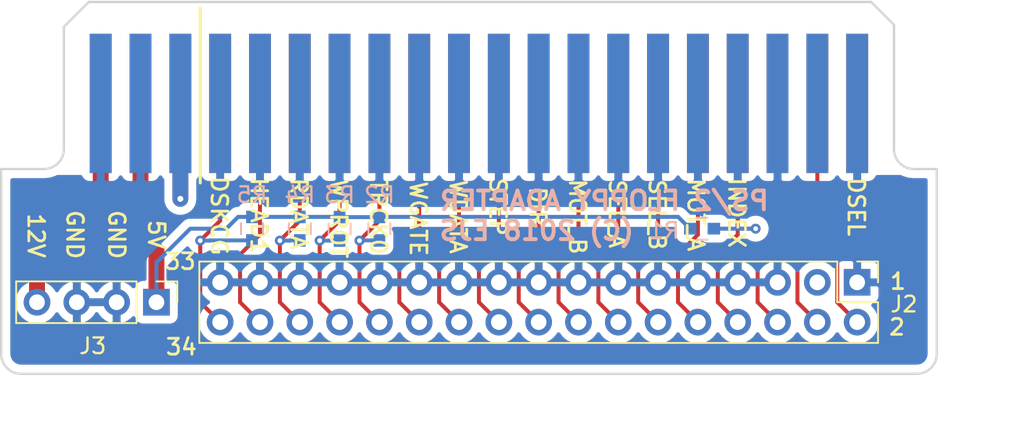
<source format=kicad_pcb>
(kicad_pcb (version 20171130) (host pcbnew "(5.1.0)-1")

  (general
    (thickness 1.6)
    (drawings 42)
    (tracks 171)
    (zones 0)
    (modules 8)
    (nets 22)
  )

  (page A4)
  (title_block
    (title "PS/2 Floppy Adapter")
    (comment 1 "Copyright (C) 2020 Eric Schlaepfer")
    (comment 2 "License. See https://creativecommons.org/licenses/by-sa/4.0/")
    (comment 3 "This work is licensed under a Creative Commons Attribution-ShareAlike 4.0 International")
  )

  (layers
    (0 F.Cu signal)
    (31 B.Cu signal)
    (32 B.Adhes user)
    (33 F.Adhes user)
    (34 B.Paste user)
    (35 F.Paste user)
    (36 B.SilkS user)
    (37 F.SilkS user)
    (38 B.Mask user)
    (39 F.Mask user)
    (40 Dwgs.User user)
    (41 Cmts.User user)
    (42 Eco1.User user)
    (43 Eco2.User user)
    (44 Edge.Cuts user)
    (45 Margin user)
    (46 B.CrtYd user)
    (47 F.CrtYd user)
    (48 B.Fab user hide)
    (49 F.Fab user hide)
  )

  (setup
    (last_trace_width 0.254)
    (user_trace_width 0.254)
    (user_trace_width 0.508)
    (user_trace_width 1.016)
    (trace_clearance 0.1778)
    (zone_clearance 0.508)
    (zone_45_only no)
    (trace_min 0.1778)
    (via_size 0.635)
    (via_drill 0.3048)
    (via_min_size 0.6096)
    (via_min_drill 0.3048)
    (uvia_size 0.3)
    (uvia_drill 0.1)
    (uvias_allowed no)
    (uvia_min_size 0.2)
    (uvia_min_drill 0.1)
    (edge_width 0.15)
    (segment_width 0.2)
    (pcb_text_width 0.3)
    (pcb_text_size 1.5 1.5)
    (mod_edge_width 0.15)
    (mod_text_size 1 1)
    (mod_text_width 0.15)
    (pad_size 1.524 1.524)
    (pad_drill 0.762)
    (pad_to_mask_clearance 0.2)
    (aux_axis_origin 0 0)
    (visible_elements 7FFFFFFF)
    (pcbplotparams
      (layerselection 0x010f0_ffffffff)
      (usegerberextensions false)
      (usegerberattributes false)
      (usegerberadvancedattributes false)
      (creategerberjobfile false)
      (excludeedgelayer true)
      (linewidth 0.100000)
      (plotframeref false)
      (viasonmask false)
      (mode 1)
      (useauxorigin false)
      (hpglpennumber 1)
      (hpglpenspeed 20)
      (hpglpendiameter 15.000000)
      (psnegative false)
      (psa4output false)
      (plotreference true)
      (plotvalue false)
      (plotinvisibletext false)
      (padsonsilk false)
      (subtractmaskfromsilk false)
      (outputformat 1)
      (mirror false)
      (drillshape 0)
      (scaleselection 1)
      (outputdirectory "cam"))
  )

  (net 0 "")
  (net 1 GND)
  (net 2 /HDSEL)
  (net 3 /RES1)
  (net 4 /RES2)
  (net 5 /INDEX)
  (net 6 /MOTEN_A)
  (net 7 /DSEL_B)
  (net 8 /DSEL_A)
  (net 9 /MOTEN_B)
  (net 10 /DIR)
  (net 11 /STEP)
  (net 12 /WDATA)
  (net 13 /ENWRITE)
  (net 14 /TRACK0)
  (net 15 /WPROT)
  (net 16 /RDATA)
  (net 17 /HEAD1SEL)
  (net 18 /DISKCHG)
  (net 19 +5V)
  (net 20 +12V)
  (net 21 "Net-(J1-Pad35)")

  (net_class Default "This is the default net class."
    (clearance 0.1778)
    (trace_width 0.254)
    (via_dia 0.635)
    (via_drill 0.3048)
    (uvia_dia 0.3)
    (uvia_drill 0.1)
    (add_net +12V)
    (add_net +5V)
    (add_net /DIR)
    (add_net /DISKCHG)
    (add_net /DSEL_A)
    (add_net /DSEL_B)
    (add_net /ENWRITE)
    (add_net /HDSEL)
    (add_net /HEAD1SEL)
    (add_net /INDEX)
    (add_net /MOTEN_A)
    (add_net /MOTEN_B)
    (add_net /RDATA)
    (add_net /RES1)
    (add_net /RES2)
    (add_net /STEP)
    (add_net /TRACK0)
    (add_net /WDATA)
    (add_net /WPROT)
    (add_net GND)
    (add_net "Net-(J1-Pad35)")
  )

  (module Conn:EDGE_FLOPPY40 (layer F.Cu) (tedit 5A5563EB) (tstamp 5A55753E)
    (at 154.94 87.63)
    (path /5A555887)
    (fp_text reference J1 (at 7.62 -12.7) (layer F.SilkS) hide
      (effects (font (size 1 1) (thickness 0.15)))
    )
    (fp_text value Conn_02x20_Odd_Even (at -1.27 -12.7) (layer F.Fab) hide
      (effects (font (size 1 1) (thickness 0.15)))
    )
    (pad 40 connect rect (at -24.13 0) (size 1.397 8.89) (layers F.Cu F.Mask)
      (net 20 +12V))
    (pad 39 connect rect (at -24.13 0) (size 1.397 8.89) (layers B.Cu B.Mask)
      (net 1 GND))
    (pad 38 connect rect (at -21.59 0) (size 1.397 8.89) (layers F.Cu F.Mask)
      (net 19 +5V))
    (pad 37 connect rect (at -21.59 0) (size 1.397 8.89) (layers B.Cu B.Mask)
      (net 1 GND))
    (pad 36 connect rect (at -19.05 0) (size 1.397 8.89) (layers F.Cu F.Mask)
      (net 21 "Net-(J1-Pad35)"))
    (pad 35 connect rect (at -19.05 0) (size 1.397 8.89) (layers B.Cu B.Mask)
      (net 21 "Net-(J1-Pad35)"))
    (pad 34 connect rect (at -16.51 0) (size 1.397 8.89) (layers F.Cu F.Mask)
      (net 18 /DISKCHG))
    (pad 33 connect rect (at -16.51 0) (size 1.397 8.89) (layers B.Cu B.Mask)
      (net 1 GND))
    (pad 32 connect rect (at -13.97 0) (size 1.397 8.89) (layers F.Cu F.Mask)
      (net 17 /HEAD1SEL))
    (pad 31 connect rect (at -13.97 0) (size 1.397 8.89) (layers B.Cu B.Mask)
      (net 1 GND))
    (pad 30 connect rect (at -11.43 0) (size 1.397 8.89) (layers F.Cu F.Mask)
      (net 16 /RDATA))
    (pad 29 connect rect (at -11.43 0) (size 1.397 8.89) (layers B.Cu B.Mask)
      (net 1 GND))
    (pad 28 connect rect (at -8.89 0) (size 1.397 8.89) (layers F.Cu F.Mask)
      (net 15 /WPROT))
    (pad 27 connect rect (at -8.89 0) (size 1.397 8.89) (layers B.Cu B.Mask)
      (net 1 GND))
    (pad 26 connect rect (at -6.35 0) (size 1.397 8.89) (layers F.Cu F.Mask)
      (net 14 /TRACK0))
    (pad 25 connect rect (at -6.35 0) (size 1.397 8.89) (layers B.Cu B.Mask)
      (net 1 GND))
    (pad 24 connect rect (at -3.81 0) (size 1.397 8.89) (layers F.Cu F.Mask)
      (net 13 /ENWRITE))
    (pad 23 connect rect (at -3.81 0) (size 1.397 8.89) (layers B.Cu B.Mask)
      (net 1 GND))
    (pad 22 connect rect (at -1.27 0) (size 1.397 8.89) (layers F.Cu F.Mask)
      (net 12 /WDATA))
    (pad 21 connect rect (at -1.27 0) (size 1.397 8.89) (layers B.Cu B.Mask)
      (net 1 GND))
    (pad 20 connect rect (at 1.27 0) (size 1.397 8.89) (layers F.Cu F.Mask)
      (net 11 /STEP))
    (pad 19 connect rect (at 1.27 0) (size 1.397 8.89) (layers B.Cu B.Mask)
      (net 1 GND))
    (pad 18 connect rect (at 3.81 0) (size 1.397 8.89) (layers F.Cu F.Mask)
      (net 10 /DIR))
    (pad 17 connect rect (at 3.81 0) (size 1.397 8.89) (layers B.Cu B.Mask)
      (net 1 GND))
    (pad 16 connect rect (at 6.35 0) (size 1.397 8.89) (layers F.Cu F.Mask)
      (net 9 /MOTEN_B))
    (pad 15 connect rect (at 6.35 0) (size 1.397 8.89) (layers B.Cu B.Mask)
      (net 1 GND))
    (pad 14 connect rect (at 8.89 0) (size 1.397 8.89) (layers F.Cu F.Mask)
      (net 8 /DSEL_A))
    (pad 13 connect rect (at 8.89 0) (size 1.397 8.89) (layers B.Cu B.Mask)
      (net 1 GND))
    (pad 12 connect rect (at 11.43 0) (size 1.397 8.89) (layers F.Cu F.Mask)
      (net 7 /DSEL_B))
    (pad 11 connect rect (at 11.43 0) (size 1.397 8.89) (layers B.Cu B.Mask)
      (net 1 GND))
    (pad 10 connect rect (at 13.97 0) (size 1.397 8.89) (layers F.Cu F.Mask)
      (net 6 /MOTEN_A))
    (pad 9 connect rect (at 13.97 0) (size 1.397 8.89) (layers B.Cu B.Mask)
      (net 1 GND))
    (pad 8 connect rect (at 16.51 0) (size 1.397 8.89) (layers F.Cu F.Mask)
      (net 5 /INDEX))
    (pad 7 connect rect (at 16.51 0) (size 1.397 8.89) (layers B.Cu B.Mask)
      (net 1 GND))
    (pad 6 connect rect (at 19.05 0) (size 1.397 8.89) (layers F.Cu F.Mask)
      (net 4 /RES2))
    (pad 5 connect rect (at 19.05 0) (size 1.397 8.89) (layers B.Cu B.Mask)
      (net 1 GND))
    (pad 4 connect rect (at 21.59 0) (size 1.397 8.89) (layers F.Cu F.Mask)
      (net 3 /RES1))
    (pad 3 connect rect (at 21.59 0) (size 1.397 8.89) (layers B.Cu B.Mask))
    (pad 2 connect rect (at 24.13 0) (size 1.397 8.89) (layers F.Cu F.Mask)
      (net 2 /HDSEL))
    (pad 1 connect rect (at 24.13 0) (size 1.397 8.89) (layers B.Cu B.Mask)
      (net 1 GND))
  )

  (module Pin_Headers:Pin_Header_Straight_2x17_Pitch2.54mm (layer F.Cu) (tedit 59650533) (tstamp 5A5577B7)
    (at 179.07 99.06 270)
    (descr "Through hole straight pin header, 2x17, 2.54mm pitch, double rows")
    (tags "Through hole pin header THT 2x17 2.54mm double row")
    (path /5A555850)
    (fp_text reference J2 (at 1.397 -2.9845) (layer F.SilkS)
      (effects (font (size 1 1) (thickness 0.15)))
    )
    (fp_text value Conn_02x17_Odd_Even (at 1.27 42.97 270) (layer F.Fab)
      (effects (font (size 1 1) (thickness 0.15)))
    )
    (fp_line (start 0 -1.27) (end 3.81 -1.27) (layer F.Fab) (width 0.1))
    (fp_line (start 3.81 -1.27) (end 3.81 41.91) (layer F.Fab) (width 0.1))
    (fp_line (start 3.81 41.91) (end -1.27 41.91) (layer F.Fab) (width 0.1))
    (fp_line (start -1.27 41.91) (end -1.27 0) (layer F.Fab) (width 0.1))
    (fp_line (start -1.27 0) (end 0 -1.27) (layer F.Fab) (width 0.1))
    (fp_line (start -1.33 41.97) (end 3.87 41.97) (layer F.SilkS) (width 0.12))
    (fp_line (start -1.33 1.27) (end -1.33 41.97) (layer F.SilkS) (width 0.12))
    (fp_line (start 3.87 -1.33) (end 3.87 41.97) (layer F.SilkS) (width 0.12))
    (fp_line (start -1.33 1.27) (end 1.27 1.27) (layer F.SilkS) (width 0.12))
    (fp_line (start 1.27 1.27) (end 1.27 -1.33) (layer F.SilkS) (width 0.12))
    (fp_line (start 1.27 -1.33) (end 3.87 -1.33) (layer F.SilkS) (width 0.12))
    (fp_line (start -1.33 0) (end -1.33 -1.33) (layer F.SilkS) (width 0.12))
    (fp_line (start -1.33 -1.33) (end 0 -1.33) (layer F.SilkS) (width 0.12))
    (fp_line (start -1.8 -1.8) (end -1.8 42.45) (layer F.CrtYd) (width 0.05))
    (fp_line (start -1.8 42.45) (end 4.35 42.45) (layer F.CrtYd) (width 0.05))
    (fp_line (start 4.35 42.45) (end 4.35 -1.8) (layer F.CrtYd) (width 0.05))
    (fp_line (start 4.35 -1.8) (end -1.8 -1.8) (layer F.CrtYd) (width 0.05))
    (fp_text user %R (at 1.27 20.32) (layer F.Fab)
      (effects (font (size 1 1) (thickness 0.15)))
    )
    (pad 1 thru_hole rect (at 0 0 270) (size 1.7 1.7) (drill 1) (layers *.Cu *.Mask)
      (net 1 GND))
    (pad 2 thru_hole oval (at 2.54 0 270) (size 1.7 1.7) (drill 1) (layers *.Cu *.Mask)
      (net 2 /HDSEL))
    (pad 3 thru_hole oval (at 0 2.54 270) (size 1.7 1.7) (drill 1) (layers *.Cu *.Mask))
    (pad 4 thru_hole oval (at 2.54 2.54 270) (size 1.7 1.7) (drill 1) (layers *.Cu *.Mask)
      (net 3 /RES1))
    (pad 5 thru_hole oval (at 0 5.08 270) (size 1.7 1.7) (drill 1) (layers *.Cu *.Mask)
      (net 1 GND))
    (pad 6 thru_hole oval (at 2.54 5.08 270) (size 1.7 1.7) (drill 1) (layers *.Cu *.Mask)
      (net 4 /RES2))
    (pad 7 thru_hole oval (at 0 7.62 270) (size 1.7 1.7) (drill 1) (layers *.Cu *.Mask)
      (net 1 GND))
    (pad 8 thru_hole oval (at 2.54 7.62 270) (size 1.7 1.7) (drill 1) (layers *.Cu *.Mask)
      (net 5 /INDEX))
    (pad 9 thru_hole oval (at 0 10.16 270) (size 1.7 1.7) (drill 1) (layers *.Cu *.Mask)
      (net 1 GND))
    (pad 10 thru_hole oval (at 2.54 10.16 270) (size 1.7 1.7) (drill 1) (layers *.Cu *.Mask)
      (net 6 /MOTEN_A))
    (pad 11 thru_hole oval (at 0 12.7 270) (size 1.7 1.7) (drill 1) (layers *.Cu *.Mask)
      (net 1 GND))
    (pad 12 thru_hole oval (at 2.54 12.7 270) (size 1.7 1.7) (drill 1) (layers *.Cu *.Mask)
      (net 7 /DSEL_B))
    (pad 13 thru_hole oval (at 0 15.24 270) (size 1.7 1.7) (drill 1) (layers *.Cu *.Mask)
      (net 1 GND))
    (pad 14 thru_hole oval (at 2.54 15.24 270) (size 1.7 1.7) (drill 1) (layers *.Cu *.Mask)
      (net 8 /DSEL_A))
    (pad 15 thru_hole oval (at 0 17.78 270) (size 1.7 1.7) (drill 1) (layers *.Cu *.Mask)
      (net 1 GND))
    (pad 16 thru_hole oval (at 2.54 17.78 270) (size 1.7 1.7) (drill 1) (layers *.Cu *.Mask)
      (net 9 /MOTEN_B))
    (pad 17 thru_hole oval (at 0 20.32 270) (size 1.7 1.7) (drill 1) (layers *.Cu *.Mask)
      (net 1 GND))
    (pad 18 thru_hole oval (at 2.54 20.32 270) (size 1.7 1.7) (drill 1) (layers *.Cu *.Mask)
      (net 10 /DIR))
    (pad 19 thru_hole oval (at 0 22.86 270) (size 1.7 1.7) (drill 1) (layers *.Cu *.Mask)
      (net 1 GND))
    (pad 20 thru_hole oval (at 2.54 22.86 270) (size 1.7 1.7) (drill 1) (layers *.Cu *.Mask)
      (net 11 /STEP))
    (pad 21 thru_hole oval (at 0 25.4 270) (size 1.7 1.7) (drill 1) (layers *.Cu *.Mask)
      (net 1 GND))
    (pad 22 thru_hole oval (at 2.54 25.4 270) (size 1.7 1.7) (drill 1) (layers *.Cu *.Mask)
      (net 12 /WDATA))
    (pad 23 thru_hole oval (at 0 27.94 270) (size 1.7 1.7) (drill 1) (layers *.Cu *.Mask)
      (net 1 GND))
    (pad 24 thru_hole oval (at 2.54 27.94 270) (size 1.7 1.7) (drill 1) (layers *.Cu *.Mask)
      (net 13 /ENWRITE))
    (pad 25 thru_hole oval (at 0 30.48 270) (size 1.7 1.7) (drill 1) (layers *.Cu *.Mask)
      (net 1 GND))
    (pad 26 thru_hole oval (at 2.54 30.48 270) (size 1.7 1.7) (drill 1) (layers *.Cu *.Mask)
      (net 14 /TRACK0))
    (pad 27 thru_hole oval (at 0 33.02 270) (size 1.7 1.7) (drill 1) (layers *.Cu *.Mask)
      (net 1 GND))
    (pad 28 thru_hole oval (at 2.54 33.02 270) (size 1.7 1.7) (drill 1) (layers *.Cu *.Mask)
      (net 15 /WPROT))
    (pad 29 thru_hole oval (at 0 35.56 270) (size 1.7 1.7) (drill 1) (layers *.Cu *.Mask)
      (net 1 GND))
    (pad 30 thru_hole oval (at 2.54 35.56 270) (size 1.7 1.7) (drill 1) (layers *.Cu *.Mask)
      (net 16 /RDATA))
    (pad 31 thru_hole oval (at 0 38.1 270) (size 1.7 1.7) (drill 1) (layers *.Cu *.Mask)
      (net 1 GND))
    (pad 32 thru_hole oval (at 2.54 38.1 270) (size 1.7 1.7) (drill 1) (layers *.Cu *.Mask)
      (net 17 /HEAD1SEL))
    (pad 33 thru_hole oval (at 0 40.64 270) (size 1.7 1.7) (drill 1) (layers *.Cu *.Mask)
      (net 1 GND))
    (pad 34 thru_hole oval (at 2.54 40.64 270) (size 1.7 1.7) (drill 1) (layers *.Cu *.Mask)
      (net 18 /DISKCHG))
    (model ${KISYS3DMOD}/Pin_Headers.3dshapes/Pin_Header_Straight_2x17_Pitch2.54mm.wrl
      (at (xyz 0 0 0))
      (scale (xyz 1 1 1))
      (rotate (xyz 0 0 0))
    )
  )

  (module Pin_Headers:Pin_Header_Straight_1x04_Pitch2.54mm (layer F.Cu) (tedit 59650532) (tstamp 5A5577CF)
    (at 134.366 100.33 270)
    (descr "Through hole straight pin header, 1x04, 2.54mm pitch, single row")
    (tags "Through hole pin header THT 1x04 2.54mm single row")
    (path /5A5558B4)
    (fp_text reference J3 (at 2.794 4.064) (layer F.SilkS)
      (effects (font (size 1 1) (thickness 0.15)))
    )
    (fp_text value Conn_01x04 (at 0 9.95 270) (layer F.Fab)
      (effects (font (size 1 1) (thickness 0.15)))
    )
    (fp_line (start -0.635 -1.27) (end 1.27 -1.27) (layer F.Fab) (width 0.1))
    (fp_line (start 1.27 -1.27) (end 1.27 8.89) (layer F.Fab) (width 0.1))
    (fp_line (start 1.27 8.89) (end -1.27 8.89) (layer F.Fab) (width 0.1))
    (fp_line (start -1.27 8.89) (end -1.27 -0.635) (layer F.Fab) (width 0.1))
    (fp_line (start -1.27 -0.635) (end -0.635 -1.27) (layer F.Fab) (width 0.1))
    (fp_line (start -1.33 8.95) (end 1.33 8.95) (layer F.SilkS) (width 0.12))
    (fp_line (start -1.33 1.27) (end -1.33 8.95) (layer F.SilkS) (width 0.12))
    (fp_line (start 1.33 1.27) (end 1.33 8.95) (layer F.SilkS) (width 0.12))
    (fp_line (start -1.33 1.27) (end 1.33 1.27) (layer F.SilkS) (width 0.12))
    (fp_line (start -1.33 0) (end -1.33 -1.33) (layer F.SilkS) (width 0.12))
    (fp_line (start -1.33 -1.33) (end 0 -1.33) (layer F.SilkS) (width 0.12))
    (fp_line (start -1.8 -1.8) (end -1.8 9.4) (layer F.CrtYd) (width 0.05))
    (fp_line (start -1.8 9.4) (end 1.8 9.4) (layer F.CrtYd) (width 0.05))
    (fp_line (start 1.8 9.4) (end 1.8 -1.8) (layer F.CrtYd) (width 0.05))
    (fp_line (start 1.8 -1.8) (end -1.8 -1.8) (layer F.CrtYd) (width 0.05))
    (fp_text user %R (at 0 3.81) (layer F.Fab)
      (effects (font (size 1 1) (thickness 0.15)))
    )
    (pad 1 thru_hole rect (at 0 0 270) (size 1.7 1.7) (drill 1) (layers *.Cu *.Mask)
      (net 19 +5V))
    (pad 2 thru_hole oval (at 0 2.54 270) (size 1.7 1.7) (drill 1) (layers *.Cu *.Mask)
      (net 1 GND))
    (pad 3 thru_hole oval (at 0 5.08 270) (size 1.7 1.7) (drill 1) (layers *.Cu *.Mask)
      (net 1 GND))
    (pad 4 thru_hole oval (at 0 7.62 270) (size 1.7 1.7) (drill 1) (layers *.Cu *.Mask)
      (net 20 +12V))
    (model ${KISYS3DMOD}/Pin_Headers.3dshapes/Pin_Header_Straight_1x04_Pitch2.54mm.wrl
      (at (xyz 0 0 0))
      (scale (xyz 1 1 1))
      (rotate (xyz 0 0 0))
    )
  )

  (module Passive:RESC1608X55 (layer B.Cu) (tedit 58BF7E21) (tstamp 5A66843E)
    (at 169.176 95.631)
    (descr "Capacitor SMD 0603, reflow soldering, AVX (see smccp.pdf)")
    (tags "capacitor 0603")
    (path /5A66828C)
    (attr smd)
    (fp_text reference R1 (at -2.425 0.127) (layer B.SilkS)
      (effects (font (size 1 1) (thickness 0.15)) (justify mirror))
    )
    (fp_text value 1K (at 0 -1.5) (layer B.Fab)
      (effects (font (size 1 1) (thickness 0.15)) (justify mirror))
    )
    (fp_text user %R (at 0 1.5) (layer B.Fab)
      (effects (font (size 1 1) (thickness 0.15)) (justify mirror))
    )
    (fp_line (start -0.8 -0.4) (end -0.8 0.4) (layer B.Fab) (width 0.1))
    (fp_line (start 0.8 -0.4) (end -0.8 -0.4) (layer B.Fab) (width 0.1))
    (fp_line (start 0.8 0.4) (end 0.8 -0.4) (layer B.Fab) (width 0.1))
    (fp_line (start -0.8 0.4) (end 0.8 0.4) (layer B.Fab) (width 0.1))
    (fp_line (start -0.35 0.7) (end 0.35 0.7) (layer B.SilkS) (width 0.12))
    (fp_line (start 0.35 -0.7) (end -0.35 -0.7) (layer B.SilkS) (width 0.12))
    (fp_line (start -1.4 0.65) (end 1.4 0.65) (layer B.CrtYd) (width 0.05))
    (fp_line (start -1.4 0.65) (end -1.4 -0.65) (layer B.CrtYd) (width 0.05))
    (fp_line (start 1.4 -0.65) (end 1.4 0.65) (layer B.CrtYd) (width 0.05))
    (fp_line (start 1.4 -0.65) (end -1.4 -0.65) (layer B.CrtYd) (width 0.05))
    (pad 1 smd rect (at -0.75 0) (size 0.8 0.75) (layers B.Cu B.Paste B.Mask)
      (net 19 +5V))
    (pad 2 smd rect (at 0.75 0) (size 0.8 0.75) (layers B.Cu B.Paste B.Mask)
      (net 5 /INDEX))
    (model Capacitors_SMD.3dshapes/C_0603.wrl
      (at (xyz 0 0 0))
      (scale (xyz 1 1 1))
      (rotate (xyz 0 0 0))
    )
  )

  (module Passive:RESC1608X55 (layer B.Cu) (tedit 58BF7E21) (tstamp 5A66844F)
    (at 148.59 95.631 270)
    (descr "Capacitor SMD 0603, reflow soldering, AVX (see smccp.pdf)")
    (tags "capacitor 0603")
    (path /5A668580)
    (attr smd)
    (fp_text reference R2 (at -2.159 0 180) (layer B.SilkS)
      (effects (font (size 1 1) (thickness 0.15)) (justify mirror))
    )
    (fp_text value 1K (at 0 -1.5 270) (layer B.Fab)
      (effects (font (size 1 1) (thickness 0.15)) (justify mirror))
    )
    (fp_text user %R (at 0 1.5 270) (layer B.Fab)
      (effects (font (size 1 1) (thickness 0.15)) (justify mirror))
    )
    (fp_line (start -0.8 -0.4) (end -0.8 0.4) (layer B.Fab) (width 0.1))
    (fp_line (start 0.8 -0.4) (end -0.8 -0.4) (layer B.Fab) (width 0.1))
    (fp_line (start 0.8 0.4) (end 0.8 -0.4) (layer B.Fab) (width 0.1))
    (fp_line (start -0.8 0.4) (end 0.8 0.4) (layer B.Fab) (width 0.1))
    (fp_line (start -0.35 0.7) (end 0.35 0.7) (layer B.SilkS) (width 0.12))
    (fp_line (start 0.35 -0.7) (end -0.35 -0.7) (layer B.SilkS) (width 0.12))
    (fp_line (start -1.4 0.65) (end 1.4 0.65) (layer B.CrtYd) (width 0.05))
    (fp_line (start -1.4 0.65) (end -1.4 -0.65) (layer B.CrtYd) (width 0.05))
    (fp_line (start 1.4 -0.65) (end 1.4 0.65) (layer B.CrtYd) (width 0.05))
    (fp_line (start 1.4 -0.65) (end -1.4 -0.65) (layer B.CrtYd) (width 0.05))
    (pad 1 smd rect (at -0.75 0 270) (size 0.8 0.75) (layers B.Cu B.Paste B.Mask)
      (net 19 +5V))
    (pad 2 smd rect (at 0.75 0 270) (size 0.8 0.75) (layers B.Cu B.Paste B.Mask)
      (net 14 /TRACK0))
    (model Capacitors_SMD.3dshapes/C_0603.wrl
      (at (xyz 0 0 0))
      (scale (xyz 1 1 1))
      (rotate (xyz 0 0 0))
    )
  )

  (module Passive:RESC1608X55 (layer B.Cu) (tedit 58BF7E21) (tstamp 5A668460)
    (at 146.05 95.643 270)
    (descr "Capacitor SMD 0603, reflow soldering, AVX (see smccp.pdf)")
    (tags "capacitor 0603")
    (path /5A6685AF)
    (attr smd)
    (fp_text reference R3 (at -2.171 0 180) (layer B.SilkS)
      (effects (font (size 1 1) (thickness 0.15)) (justify mirror))
    )
    (fp_text value 1K (at 0 -1.5 270) (layer B.Fab)
      (effects (font (size 1 1) (thickness 0.15)) (justify mirror))
    )
    (fp_text user %R (at 0 1.5 270) (layer B.Fab)
      (effects (font (size 1 1) (thickness 0.15)) (justify mirror))
    )
    (fp_line (start -0.8 -0.4) (end -0.8 0.4) (layer B.Fab) (width 0.1))
    (fp_line (start 0.8 -0.4) (end -0.8 -0.4) (layer B.Fab) (width 0.1))
    (fp_line (start 0.8 0.4) (end 0.8 -0.4) (layer B.Fab) (width 0.1))
    (fp_line (start -0.8 0.4) (end 0.8 0.4) (layer B.Fab) (width 0.1))
    (fp_line (start -0.35 0.7) (end 0.35 0.7) (layer B.SilkS) (width 0.12))
    (fp_line (start 0.35 -0.7) (end -0.35 -0.7) (layer B.SilkS) (width 0.12))
    (fp_line (start -1.4 0.65) (end 1.4 0.65) (layer B.CrtYd) (width 0.05))
    (fp_line (start -1.4 0.65) (end -1.4 -0.65) (layer B.CrtYd) (width 0.05))
    (fp_line (start 1.4 -0.65) (end 1.4 0.65) (layer B.CrtYd) (width 0.05))
    (fp_line (start 1.4 -0.65) (end -1.4 -0.65) (layer B.CrtYd) (width 0.05))
    (pad 1 smd rect (at -0.75 0 270) (size 0.8 0.75) (layers B.Cu B.Paste B.Mask)
      (net 19 +5V))
    (pad 2 smd rect (at 0.75 0 270) (size 0.8 0.75) (layers B.Cu B.Paste B.Mask)
      (net 15 /WPROT))
    (model Capacitors_SMD.3dshapes/C_0603.wrl
      (at (xyz 0 0 0))
      (scale (xyz 1 1 1))
      (rotate (xyz 0 0 0))
    )
  )

  (module Passive:RESC1608X55 (layer B.Cu) (tedit 58BF7E21) (tstamp 5A668471)
    (at 143.51 95.631 270)
    (descr "Capacitor SMD 0603, reflow soldering, AVX (see smccp.pdf)")
    (tags "capacitor 0603")
    (path /5A6685D1)
    (attr smd)
    (fp_text reference R4 (at -2.159 0 180) (layer B.SilkS)
      (effects (font (size 1 1) (thickness 0.15)) (justify mirror))
    )
    (fp_text value 1K (at 0 -1.5 270) (layer B.Fab)
      (effects (font (size 1 1) (thickness 0.15)) (justify mirror))
    )
    (fp_text user %R (at 0 1.5 270) (layer B.Fab)
      (effects (font (size 1 1) (thickness 0.15)) (justify mirror))
    )
    (fp_line (start -0.8 -0.4) (end -0.8 0.4) (layer B.Fab) (width 0.1))
    (fp_line (start 0.8 -0.4) (end -0.8 -0.4) (layer B.Fab) (width 0.1))
    (fp_line (start 0.8 0.4) (end 0.8 -0.4) (layer B.Fab) (width 0.1))
    (fp_line (start -0.8 0.4) (end 0.8 0.4) (layer B.Fab) (width 0.1))
    (fp_line (start -0.35 0.7) (end 0.35 0.7) (layer B.SilkS) (width 0.12))
    (fp_line (start 0.35 -0.7) (end -0.35 -0.7) (layer B.SilkS) (width 0.12))
    (fp_line (start -1.4 0.65) (end 1.4 0.65) (layer B.CrtYd) (width 0.05))
    (fp_line (start -1.4 0.65) (end -1.4 -0.65) (layer B.CrtYd) (width 0.05))
    (fp_line (start 1.4 -0.65) (end 1.4 0.65) (layer B.CrtYd) (width 0.05))
    (fp_line (start 1.4 -0.65) (end -1.4 -0.65) (layer B.CrtYd) (width 0.05))
    (pad 1 smd rect (at -0.75 0 270) (size 0.8 0.75) (layers B.Cu B.Paste B.Mask)
      (net 19 +5V))
    (pad 2 smd rect (at 0.75 0 270) (size 0.8 0.75) (layers B.Cu B.Paste B.Mask)
      (net 16 /RDATA))
    (model Capacitors_SMD.3dshapes/C_0603.wrl
      (at (xyz 0 0 0))
      (scale (xyz 1 1 1))
      (rotate (xyz 0 0 0))
    )
  )

  (module Passive:RESC1608X55 (layer B.Cu) (tedit 58BF7E21) (tstamp 5A668482)
    (at 140.462 95.631 270)
    (descr "Capacitor SMD 0603, reflow soldering, AVX (see smccp.pdf)")
    (tags "capacitor 0603")
    (path /5A6685FA)
    (attr smd)
    (fp_text reference R5 (at -2.159 0 180) (layer B.SilkS)
      (effects (font (size 1 1) (thickness 0.15)) (justify mirror))
    )
    (fp_text value 1K (at 0 -1.5 270) (layer B.Fab)
      (effects (font (size 1 1) (thickness 0.15)) (justify mirror))
    )
    (fp_text user %R (at 0 1.5 270) (layer B.Fab)
      (effects (font (size 1 1) (thickness 0.15)) (justify mirror))
    )
    (fp_line (start -0.8 -0.4) (end -0.8 0.4) (layer B.Fab) (width 0.1))
    (fp_line (start 0.8 -0.4) (end -0.8 -0.4) (layer B.Fab) (width 0.1))
    (fp_line (start 0.8 0.4) (end 0.8 -0.4) (layer B.Fab) (width 0.1))
    (fp_line (start -0.8 0.4) (end 0.8 0.4) (layer B.Fab) (width 0.1))
    (fp_line (start -0.35 0.7) (end 0.35 0.7) (layer B.SilkS) (width 0.12))
    (fp_line (start 0.35 -0.7) (end -0.35 -0.7) (layer B.SilkS) (width 0.12))
    (fp_line (start -1.4 0.65) (end 1.4 0.65) (layer B.CrtYd) (width 0.05))
    (fp_line (start -1.4 0.65) (end -1.4 -0.65) (layer B.CrtYd) (width 0.05))
    (fp_line (start 1.4 -0.65) (end 1.4 0.65) (layer B.CrtYd) (width 0.05))
    (fp_line (start 1.4 -0.65) (end -1.4 -0.65) (layer B.CrtYd) (width 0.05))
    (pad 1 smd rect (at -0.75 0 270) (size 0.8 0.75) (layers B.Cu B.Paste B.Mask)
      (net 19 +5V))
    (pad 2 smd rect (at 0.75 0 270) (size 0.8 0.75) (layers B.Cu B.Paste B.Mask)
      (net 18 /DISKCHG))
    (model Capacitors_SMD.3dshapes/C_0603.wrl
      (at (xyz 0 0 0))
      (scale (xyz 1 1 1))
      (rotate (xyz 0 0 0))
    )
  )

  (dimension 59.69 (width 0.15) (layer Dwgs.User)
    (gr_text "2.3500 in" (at 154.305 108.996) (layer Dwgs.User)
      (effects (font (size 1 1) (thickness 0.15)))
    )
    (feature1 (pts (xy 184.15 103.632) (xy 184.15 108.282421)))
    (feature2 (pts (xy 124.46 103.632) (xy 124.46 108.282421)))
    (crossbar (pts (xy 124.46 107.696) (xy 184.15 107.696)))
    (arrow1a (pts (xy 184.15 107.696) (xy 183.023496 108.282421)))
    (arrow1b (pts (xy 184.15 107.696) (xy 183.023496 107.109579)))
    (arrow2a (pts (xy 124.46 107.696) (xy 125.586504 108.282421)))
    (arrow2b (pts (xy 124.46 107.696) (xy 125.586504 107.109579)))
  )
  (dimension 23.749 (width 0.15) (layer Dwgs.User)
    (gr_text "0.9350 in" (at 188.371 93.0275 270) (layer Dwgs.User)
      (effects (font (size 1 1) (thickness 0.15)))
    )
    (feature1 (pts (xy 179.959 104.902) (xy 187.657421 104.902)))
    (feature2 (pts (xy 179.959 81.153) (xy 187.657421 81.153)))
    (crossbar (pts (xy 187.071 81.153) (xy 187.071 104.902)))
    (arrow1a (pts (xy 187.071 104.902) (xy 186.484579 103.775496)))
    (arrow1b (pts (xy 187.071 104.902) (xy 187.657421 103.775496)))
    (arrow2a (pts (xy 187.071 81.153) (xy 186.484579 82.279504)))
    (arrow2b (pts (xy 187.071 81.153) (xy 187.657421 82.279504)))
  )
  (gr_text "(C) 2018 EJS" (at 158.623 95.758) (layer B.SilkS) (tstamp 5A668605)
    (effects (font (size 1.2 1.2) (thickness 0.25)) (justify mirror))
  )
  (gr_text 33 (at 135.89 97.7265) (layer F.SilkS) (tstamp 5A55799D)
    (effects (font (size 1.016 1.016) (thickness 0.1778)))
  )
  (gr_text 34 (at 135.9535 103.1875) (layer F.SilkS) (tstamp 5A557998)
    (effects (font (size 1.016 1.016) (thickness 0.1778)))
  )
  (gr_text 2 (at 181.61 101.9175) (layer F.SilkS) (tstamp 5A557991)
    (effects (font (size 1.016 1.016) (thickness 0.1778)))
  )
  (gr_text 1 (at 181.6735 98.9965) (layer F.SilkS) (tstamp 5A55798C)
    (effects (font (size 1.016 1.016) (thickness 0.1778)))
  )
  (gr_text "PS/2 FLOPPY ADAPTER" (at 162.941 93.853) (layer B.SilkS)
    (effects (font (size 1.2 1.2) (thickness 0.25)) (justify mirror))
  )
  (gr_text 12V (at 126.6825 96.0755 270) (layer F.SilkS) (tstamp 5A557944)
    (effects (font (size 1.016 1.016) (thickness 0.1778)))
  )
  (gr_text GND (at 129.159 96.012 270) (layer F.SilkS) (tstamp 5A557943)
    (effects (font (size 1.016 1.016) (thickness 0.1778)))
  )
  (gr_text GND (at 131.826 96.012 270) (layer F.SilkS) (tstamp 5A557942)
    (effects (font (size 1.016 1.016) (thickness 0.1778)))
  )
  (gr_text 5V (at 134.366 96.012 270) (layer F.SilkS) (tstamp 5A557941)
    (effects (font (size 1.016 1.016) (thickness 0.1778)))
  )
  (gr_text DSEL (at 179.0065 94.234 270) (layer F.SilkS) (tstamp 5A5578E5)
    (effects (font (size 1.016 1.016) (thickness 0.1778)))
  )
  (gr_text INDEX (at 171.3865 94.615 270) (layer F.SilkS) (tstamp 5A5578E2)
    (effects (font (size 1.016 1.016) (thickness 0.1778)))
  )
  (gr_text MOT_A (at 168.783 94.742 270) (layer F.SilkS) (tstamp 5A5578E1)
    (effects (font (size 1.016 1.016) (thickness 0.1778)))
  )
  (gr_text SEL_B (at 166.3065 94.742 270) (layer F.SilkS) (tstamp 5A5578E0)
    (effects (font (size 1.016 1.016) (thickness 0.1778)))
  )
  (gr_text SEL_A (at 163.7665 94.6785 270) (layer F.SilkS) (tstamp 5A5578DF)
    (effects (font (size 1.016 1.016) (thickness 0.1778)))
  )
  (gr_text MOT_B (at 161.2265 94.869 270) (layer F.SilkS) (tstamp 5A5578DE)
    (effects (font (size 1.016 1.016) (thickness 0.1778)))
  )
  (gr_text DIR (at 158.6865 94.234 270) (layer F.SilkS) (tstamp 5A5578DD)
    (effects (font (size 1.016 1.016) (thickness 0.1778)))
  )
  (gr_text STEP (at 156.1465 94.234 270) (layer F.SilkS) (tstamp 5A5578DC)
    (effects (font (size 1.016 1.016) (thickness 0.1778)))
  )
  (gr_text WDATA (at 153.6065 94.869 270) (layer F.SilkS) (tstamp 5A5578DB)
    (effects (font (size 1.016 1.016) (thickness 0.1778)))
  )
  (gr_text WGATE (at 151.0665 94.996 270) (layer F.SilkS) (tstamp 5A5578DA)
    (effects (font (size 1.016 1.016) (thickness 0.1778)))
  )
  (gr_text TRCK0 (at 148.5265 94.869 270) (layer F.SilkS) (tstamp 5A5578D9)
    (effects (font (size 1.016 1.016) (thickness 0.1778)))
  )
  (gr_text WPROT (at 145.9865 94.996 270) (layer F.SilkS) (tstamp 5A5578D8)
    (effects (font (size 1.016 1.016) (thickness 0.1778)))
  )
  (gr_text RDATA (at 143.4465 94.6785 270) (layer F.SilkS) (tstamp 5A5578D7)
    (effects (font (size 1.016 1.016) (thickness 0.1778)))
  )
  (gr_text HEAD1 (at 140.9065 94.8055 270) (layer F.SilkS) (tstamp 5A5578D6)
    (effects (font (size 1.016 1.016) (thickness 0.1778)))
  )
  (gr_text DSKCG (at 138.3665 94.8055 270) (layer F.SilkS)
    (effects (font (size 1.016 1.016) (thickness 0.1778)))
  )
  (gr_arc (start 182.88 103.632) (end 184.15 103.632) (angle 90) (layer Edge.Cuts) (width 0.15) (tstamp 5A557740))
  (gr_arc (start 125.73 103.632) (end 125.73 104.902) (angle 90) (layer Edge.Cuts) (width 0.15) (tstamp 5A557739))
  (gr_arc (start 182.6895 90.551) (end 182.6895 91.821) (angle 90) (layer Edge.Cuts) (width 0.15) (tstamp 5A55772B))
  (gr_arc (start 127.1905 90.551) (end 128.4605 90.551) (angle 90) (layer Edge.Cuts) (width 0.15))
  (gr_line (start 181.4195 82.6135) (end 179.959 81.153) (layer Edge.Cuts) (width 0.15))
  (gr_line (start 130.048 81.153) (end 128.4605 82.7405) (layer Edge.Cuts) (width 0.15))
  (gr_line (start 124.46 91.821) (end 127.1905 91.821) (layer Edge.Cuts) (width 0.15))
  (gr_line (start 124.46 103.632) (end 124.46 91.821) (layer Edge.Cuts) (width 0.15))
  (gr_line (start 182.88 104.902) (end 125.73 104.902) (layer Edge.Cuts) (width 0.15))
  (gr_line (start 184.15 91.821) (end 184.15 103.632) (layer Edge.Cuts) (width 0.15))
  (gr_line (start 182.6895 91.821) (end 184.15 91.821) (layer Edge.Cuts) (width 0.15))
  (gr_line (start 137.16 81.534) (end 137.16 92.71) (layer F.SilkS) (width 0.2))
  (gr_line (start 128.4605 90.551) (end 128.4605 82.7405) (layer Edge.Cuts) (width 0.15) (tstamp 5A5576D0))
  (gr_line (start 181.4195 82.6135) (end 181.4195 90.551) (layer Edge.Cuts) (width 0.15))
  (gr_line (start 179.959 81.153) (end 130.048 81.153) (layer Edge.Cuts) (width 0.15))

  (segment (start 140.716 93.218) (end 143.51 93.218) (width 0.254) (layer B.Cu) (net 1))
  (segment (start 143.51 92.329) (end 143.51 93.218) (width 0.254) (layer B.Cu) (net 1))
  (segment (start 143.51 93.218) (end 146.05 93.218) (width 0.254) (layer B.Cu) (net 1))
  (segment (start 143.51 87.63) (end 143.51 92.329) (width 0.254) (layer B.Cu) (net 1))
  (segment (start 146.05 93.218) (end 148.59 93.218) (width 0.254) (layer B.Cu) (net 1))
  (segment (start 146.05 87.63) (end 146.05 93.218) (width 0.254) (layer B.Cu) (net 1))
  (segment (start 148.59 93.218) (end 151.13 93.218) (width 0.254) (layer B.Cu) (net 1))
  (segment (start 148.59 87.63) (end 148.59 93.218) (width 0.254) (layer B.Cu) (net 1))
  (segment (start 151.13 93.218) (end 153.543 93.218) (width 0.254) (layer B.Cu) (net 1))
  (segment (start 151.13 87.63) (end 151.13 93.218) (width 0.254) (layer B.Cu) (net 1))
  (segment (start 153.543 93.218) (end 156.21 93.218) (width 0.254) (layer B.Cu) (net 1))
  (segment (start 153.67 87.63) (end 153.67 93.091) (width 0.254) (layer B.Cu) (net 1))
  (segment (start 153.67 93.091) (end 153.543 93.218) (width 0.254) (layer B.Cu) (net 1))
  (segment (start 156.21 93.218) (end 158.75 93.218) (width 0.254) (layer B.Cu) (net 1))
  (segment (start 156.21 87.63) (end 156.21 93.218) (width 0.254) (layer B.Cu) (net 1))
  (segment (start 158.75 87.63) (end 158.75 92.329) (width 0.254) (layer B.Cu) (net 1))
  (segment (start 158.75 93.218) (end 161.29 93.218) (width 0.254) (layer B.Cu) (net 1))
  (segment (start 158.75 92.329) (end 158.75 93.218) (width 0.254) (layer B.Cu) (net 1))
  (segment (start 161.29 93.218) (end 163.83 93.218) (width 0.254) (layer B.Cu) (net 1))
  (segment (start 161.29 87.63) (end 161.29 92.329) (width 0.254) (layer B.Cu) (net 1))
  (segment (start 161.29 92.329) (end 161.29 93.218) (width 0.254) (layer B.Cu) (net 1))
  (segment (start 163.83 93.218) (end 166.37 93.218) (width 0.254) (layer B.Cu) (net 1))
  (segment (start 163.83 87.63) (end 163.83 93.218) (width 0.254) (layer B.Cu) (net 1))
  (segment (start 166.37 93.218) (end 168.91 93.218) (width 0.254) (layer B.Cu) (net 1))
  (segment (start 166.37 92.329) (end 166.37 93.218) (width 0.254) (layer B.Cu) (net 1))
  (segment (start 166.37 87.63) (end 166.37 92.329) (width 0.254) (layer B.Cu) (net 1))
  (segment (start 168.91 93.218) (end 171.45 93.218) (width 0.254) (layer B.Cu) (net 1))
  (segment (start 168.91 87.63) (end 168.91 92.329) (width 0.254) (layer B.Cu) (net 1))
  (segment (start 168.91 92.329) (end 168.91 93.218) (width 0.254) (layer B.Cu) (net 1))
  (segment (start 171.45 93.218) (end 173.99 93.218) (width 0.254) (layer B.Cu) (net 1))
  (segment (start 171.45 87.63) (end 171.45 93.218) (width 0.254) (layer B.Cu) (net 1))
  (segment (start 173.99 93.218) (end 178.816 93.218) (width 0.254) (layer B.Cu) (net 1))
  (segment (start 173.99 87.63) (end 173.99 92.329) (width 0.254) (layer B.Cu) (net 1))
  (segment (start 173.99 92.329) (end 173.99 93.218) (width 0.254) (layer B.Cu) (net 1))
  (segment (start 178.816 93.218) (end 179.07 92.964) (width 0.254) (layer B.Cu) (net 1))
  (segment (start 179.07 92.964) (end 179.07 87.63) (width 0.254) (layer B.Cu) (net 1))
  (segment (start 138.43 93.472) (end 138.43 93.218) (width 0.254) (layer B.Cu) (net 1))
  (segment (start 138.43 93.218) (end 138.43 87.63) (width 0.254) (layer B.Cu) (net 1))
  (segment (start 140.97 87.63) (end 140.97 92.964) (width 0.254) (layer B.Cu) (net 1))
  (segment (start 140.97 92.964) (end 140.716 93.218) (width 0.254) (layer B.Cu) (net 1))
  (segment (start 140.716 93.218) (end 138.43 93.218) (width 0.254) (layer B.Cu) (net 1))
  (segment (start 133.35 87.63) (end 133.35 93.98) (width 0.254) (layer B.Cu) (net 1))
  (segment (start 133.35 93.98) (end 134.239 94.869) (width 0.254) (layer B.Cu) (net 1))
  (segment (start 134.239 94.869) (end 137.033 94.869) (width 0.254) (layer B.Cu) (net 1))
  (segment (start 137.033 94.869) (end 138.43 93.472) (width 0.254) (layer B.Cu) (net 1))
  (segment (start 130.81 87.63) (end 130.81 93.218) (width 0.254) (layer B.Cu) (net 1))
  (segment (start 130.81 93.218) (end 133.223 93.218) (width 0.254) (layer B.Cu) (net 1))
  (segment (start 133.223 93.218) (end 133.223 93.091) (width 0.254) (layer B.Cu) (net 1))
  (segment (start 133.223 93.091) (end 133.35 92.964) (width 0.254) (layer B.Cu) (net 1))
  (segment (start 133.35 92.964) (end 133.35 87.63) (width 0.254) (layer B.Cu) (net 1))
  (segment (start 177.8 97.282) (end 177.8 100.33) (width 0.254) (layer F.Cu) (net 2))
  (segment (start 177.8 100.33) (end 179.07 101.6) (width 0.254) (layer F.Cu) (net 2))
  (segment (start 179.07 96.012) (end 177.8 97.282) (width 0.254) (layer F.Cu) (net 2))
  (segment (start 179.07 87.63) (end 179.07 96.012) (width 0.254) (layer F.Cu) (net 2))
  (segment (start 176.53 101.6) (end 175.26 100.33) (width 0.254) (layer F.Cu) (net 3))
  (segment (start 175.26 97.282) (end 176.53 96.012) (width 0.254) (layer F.Cu) (net 3))
  (segment (start 175.26 100.33) (end 175.26 97.282) (width 0.254) (layer F.Cu) (net 3))
  (segment (start 176.53 96.012) (end 176.53 87.63) (width 0.254) (layer F.Cu) (net 3))
  (segment (start 173.99 101.6) (end 172.72 100.33) (width 0.254) (layer F.Cu) (net 4))
  (segment (start 173.99 96.012) (end 173.99 87.63) (width 0.254) (layer F.Cu) (net 4))
  (segment (start 172.72 100.33) (end 172.72 97.282) (width 0.254) (layer F.Cu) (net 4))
  (segment (start 172.72 97.282) (end 173.99 96.012) (width 0.254) (layer F.Cu) (net 4))
  (segment (start 172.593 95.631) (end 171.45 95.631) (width 0.254) (layer F.Cu) (net 5))
  (segment (start 171.45 95.631) (end 172.593 95.631) (width 0.254) (layer B.Cu) (net 5))
  (via (at 172.593 95.631) (size 0.635) (drill 0.3048) (layers F.Cu B.Cu) (net 5))
  (segment (start 171.45 95.631) (end 171.45 87.63) (width 0.254) (layer F.Cu) (net 5))
  (segment (start 169.926 95.631) (end 171.45 95.631) (width 0.254) (layer B.Cu) (net 5))
  (segment (start 171.45 101.6) (end 170.18 100.33) (width 0.254) (layer F.Cu) (net 5))
  (segment (start 170.18 100.33) (end 170.18 97.282) (width 0.254) (layer F.Cu) (net 5))
  (segment (start 171.45 96.012) (end 171.45 87.63) (width 0.254) (layer F.Cu) (net 5))
  (segment (start 170.18 97.282) (end 171.45 96.012) (width 0.254) (layer F.Cu) (net 5))
  (segment (start 168.91 87.63) (end 168.91 96.012) (width 0.254) (layer F.Cu) (net 6))
  (segment (start 168.91 96.012) (end 167.64 97.282) (width 0.254) (layer F.Cu) (net 6))
  (segment (start 167.64 97.282) (end 167.64 100.33) (width 0.254) (layer F.Cu) (net 6))
  (segment (start 167.64 100.33) (end 168.91 101.6) (width 0.254) (layer F.Cu) (net 6))
  (segment (start 165.1 100.33) (end 166.37 101.6) (width 0.254) (layer F.Cu) (net 7))
  (segment (start 165.1 97.282) (end 165.1 100.33) (width 0.254) (layer F.Cu) (net 7))
  (segment (start 166.37 96.012) (end 165.1 97.282) (width 0.254) (layer F.Cu) (net 7))
  (segment (start 166.37 87.63) (end 166.37 96.012) (width 0.254) (layer F.Cu) (net 7))
  (segment (start 162.56 100.33) (end 163.83 101.6) (width 0.254) (layer F.Cu) (net 8))
  (segment (start 162.56 97.282) (end 162.56 100.33) (width 0.254) (layer F.Cu) (net 8))
  (segment (start 163.83 96.012) (end 162.56 97.282) (width 0.254) (layer F.Cu) (net 8))
  (segment (start 163.83 87.63) (end 163.83 96.012) (width 0.254) (layer F.Cu) (net 8))
  (segment (start 160.02 100.33) (end 161.29 101.6) (width 0.254) (layer F.Cu) (net 9))
  (segment (start 160.02 97.282) (end 160.02 100.33) (width 0.254) (layer F.Cu) (net 9))
  (segment (start 161.29 96.012) (end 160.02 97.282) (width 0.254) (layer F.Cu) (net 9))
  (segment (start 161.29 87.63) (end 161.29 96.012) (width 0.254) (layer F.Cu) (net 9))
  (segment (start 158.75 87.63) (end 158.75 96.012) (width 0.254) (layer F.Cu) (net 10))
  (segment (start 157.48 97.282) (end 157.48 100.33) (width 0.254) (layer F.Cu) (net 10))
  (segment (start 158.75 96.012) (end 157.48 97.282) (width 0.254) (layer F.Cu) (net 10))
  (segment (start 157.48 100.33) (end 158.75 101.6) (width 0.254) (layer F.Cu) (net 10))
  (segment (start 154.94 100.33) (end 156.21 101.6) (width 0.254) (layer F.Cu) (net 11))
  (segment (start 154.94 97.282) (end 154.94 100.33) (width 0.254) (layer F.Cu) (net 11))
  (segment (start 156.21 96.012) (end 154.94 97.282) (width 0.254) (layer F.Cu) (net 11))
  (segment (start 156.21 87.63) (end 156.21 96.012) (width 0.254) (layer F.Cu) (net 11))
  (segment (start 152.4 97.282) (end 152.4 100.33) (width 0.254) (layer F.Cu) (net 12))
  (segment (start 152.4 100.33) (end 153.67 101.6) (width 0.254) (layer F.Cu) (net 12))
  (segment (start 153.67 96.012) (end 152.4 97.282) (width 0.254) (layer F.Cu) (net 12))
  (segment (start 153.67 87.63) (end 153.67 96.012) (width 0.254) (layer F.Cu) (net 12))
  (segment (start 149.86 97.282) (end 149.86 100.33) (width 0.254) (layer F.Cu) (net 13))
  (segment (start 149.86 100.33) (end 151.13 101.6) (width 0.254) (layer F.Cu) (net 13))
  (segment (start 151.13 96.012) (end 149.86 97.282) (width 0.254) (layer F.Cu) (net 13))
  (segment (start 151.13 87.63) (end 151.13 96.012) (width 0.254) (layer F.Cu) (net 13))
  (segment (start 148.59 87.63) (end 148.59 94.869) (width 0.254) (layer F.Cu) (net 14))
  (segment (start 147.32 96.393) (end 148.59 95.123) (width 0.254) (layer F.Cu) (net 14))
  (segment (start 148.59 95.123) (end 148.59 94.869) (width 0.254) (layer F.Cu) (net 14))
  (segment (start 147.32 96.393) (end 147.32 97.282) (width 0.254) (layer F.Cu) (net 14))
  (segment (start 148.59 96.381) (end 147.332 96.381) (width 0.254) (layer B.Cu) (net 14))
  (segment (start 147.332 96.381) (end 147.32 96.393) (width 0.254) (layer B.Cu) (net 14))
  (via (at 147.32 96.393) (size 0.635) (drill 0.3048) (layers F.Cu B.Cu) (net 14))
  (segment (start 147.32 97.282) (end 147.32 100.33) (width 0.254) (layer F.Cu) (net 14))
  (segment (start 147.32 100.33) (end 148.59 101.6) (width 0.254) (layer F.Cu) (net 14))
  (segment (start 146.05 87.63) (end 146.05 95.123) (width 0.254) (layer F.Cu) (net 15))
  (segment (start 144.78 97.282) (end 144.78 96.393) (width 0.254) (layer F.Cu) (net 15))
  (segment (start 144.78 96.393) (end 146.05 95.123) (width 0.254) (layer F.Cu) (net 15))
  (via (at 144.78 96.393) (size 0.635) (drill 0.3048) (layers F.Cu B.Cu) (net 15))
  (segment (start 146.05 96.393) (end 144.78 96.393) (width 0.254) (layer B.Cu) (net 15))
  (segment (start 144.78 97.282) (end 144.78 100.33) (width 0.254) (layer F.Cu) (net 15))
  (segment (start 144.78 100.33) (end 146.05 101.6) (width 0.254) (layer F.Cu) (net 15))
  (segment (start 143.51 87.63) (end 143.51 95.123) (width 0.254) (layer F.Cu) (net 16))
  (segment (start 142.24 96.393) (end 142.557499 96.075501) (width 0.254) (layer F.Cu) (net 16))
  (segment (start 142.557499 96.075501) (end 143.51 95.123) (width 0.254) (layer F.Cu) (net 16))
  (segment (start 142.24 97.282) (end 142.24 96.393) (width 0.254) (layer F.Cu) (net 16))
  (via (at 142.24 96.393) (size 0.635) (drill 0.3048) (layers F.Cu B.Cu) (net 16))
  (segment (start 142.869 96.393) (end 142.24 96.393) (width 0.254) (layer B.Cu) (net 16))
  (segment (start 143.51 96.381) (end 142.881 96.381) (width 0.254) (layer B.Cu) (net 16))
  (segment (start 142.881 96.381) (end 142.869 96.393) (width 0.254) (layer B.Cu) (net 16))
  (segment (start 142.24 97.282) (end 142.24 100.33) (width 0.254) (layer F.Cu) (net 16))
  (segment (start 142.24 100.33) (end 143.51 101.6) (width 0.254) (layer F.Cu) (net 16))
  (segment (start 140.97 101.6) (end 139.7 100.33) (width 0.254) (layer F.Cu) (net 17))
  (segment (start 139.7 100.33) (end 139.7 97.282) (width 0.254) (layer F.Cu) (net 17))
  (segment (start 139.7 97.282) (end 140.97 96.012) (width 0.254) (layer F.Cu) (net 17))
  (segment (start 140.97 96.012) (end 140.97 87.63) (width 0.254) (layer F.Cu) (net 17))
  (segment (start 138.43 96.381) (end 140.462 96.381) (width 0.254) (layer B.Cu) (net 18))
  (segment (start 137.16 96.393) (end 138.43 95.123) (width 0.254) (layer F.Cu) (net 18))
  (segment (start 138.43 94.361) (end 138.43 87.63) (width 0.254) (layer F.Cu) (net 18))
  (segment (start 138.43 95.123) (end 138.43 94.361) (width 0.254) (layer F.Cu) (net 18))
  (segment (start 137.16 96.393) (end 137.16 96.842012) (width 0.254) (layer F.Cu) (net 18))
  (segment (start 137.16 96.842012) (end 137.16 97.282) (width 0.254) (layer F.Cu) (net 18))
  (via (at 137.16 96.393) (size 0.635) (drill 0.3048) (layers F.Cu B.Cu) (net 18))
  (segment (start 137.789 96.393) (end 137.16 96.393) (width 0.254) (layer B.Cu) (net 18))
  (segment (start 138.43 96.381) (end 137.801 96.381) (width 0.254) (layer B.Cu) (net 18))
  (segment (start 137.801 96.381) (end 137.789 96.393) (width 0.254) (layer B.Cu) (net 18))
  (segment (start 137.16 97.282) (end 137.16 100.33) (width 0.254) (layer F.Cu) (net 18))
  (segment (start 137.16 100.33) (end 138.43 101.6) (width 0.254) (layer F.Cu) (net 18))
  (segment (start 143.51 94.881) (end 142.881 94.881) (width 0.254) (layer B.Cu) (net 19))
  (segment (start 142.881 94.881) (end 140.462 94.881) (width 0.254) (layer B.Cu) (net 19))
  (segment (start 139.573 94.881) (end 140.462 94.881) (width 0.254) (layer B.Cu) (net 19))
  (segment (start 136.525 95.631) (end 138.823 95.631) (width 0.254) (layer B.Cu) (net 19))
  (segment (start 138.823 95.631) (end 139.573 94.881) (width 0.254) (layer B.Cu) (net 19))
  (segment (start 134.366 97.79) (end 136.271 95.885) (width 0.254) (layer B.Cu) (net 19))
  (segment (start 136.271 95.885) (end 136.525 95.631) (width 0.254) (layer B.Cu) (net 19))
  (segment (start 148.59 94.881) (end 167.386 94.881) (width 0.254) (layer B.Cu) (net 19))
  (segment (start 167.386 94.881) (end 167.651 94.881) (width 0.254) (layer B.Cu) (net 19))
  (segment (start 167.651 94.881) (end 168.401 95.631) (width 0.254) (layer B.Cu) (net 19))
  (segment (start 168.401 95.631) (end 168.426 95.631) (width 0.254) (layer B.Cu) (net 19))
  (segment (start 146.05 94.893) (end 148.578 94.893) (width 0.254) (layer B.Cu) (net 19))
  (segment (start 148.578 94.893) (end 148.59 94.881) (width 0.254) (layer B.Cu) (net 19))
  (segment (start 143.51 94.881) (end 146.038 94.881) (width 0.254) (layer B.Cu) (net 19))
  (segment (start 146.038 94.881) (end 146.05 94.893) (width 0.254) (layer B.Cu) (net 19))
  (segment (start 134.366 100.33) (end 134.366 97.79) (width 0.254) (layer B.Cu) (net 19))
  (segment (start 133.35 96.012) (end 134.366 97.028) (width 1.016) (layer F.Cu) (net 19))
  (segment (start 134.366 97.028) (end 134.366 100.33) (width 1.016) (layer F.Cu) (net 19))
  (segment (start 133.35 87.63) (end 133.35 96.012) (width 1.016) (layer F.Cu) (net 19))
  (segment (start 130.81 87.63) (end 130.81 93.472) (width 1.016) (layer F.Cu) (net 20))
  (segment (start 130.81 93.472) (end 126.746 97.536) (width 1.016) (layer F.Cu) (net 20))
  (segment (start 126.746 97.536) (end 126.746 100.33) (width 1.016) (layer F.Cu) (net 20))
  (segment (start 135.89 93.726) (end 135.89 87.63) (width 1.016) (layer F.Cu) (net 21))
  (segment (start 135.89 93.091) (end 135.89 93.726) (width 1.016) (layer B.Cu) (net 21))
  (via (at 135.89 93.726) (size 0.762) (drill 0.381) (layers F.Cu B.Cu) (net 21))
  (segment (start 135.89 87.63) (end 135.89 93.091) (width 1.016) (layer B.Cu) (net 21))

  (zone (net 1) (net_name GND) (layer B.Cu) (tstamp 0) (hatch edge 0.508)
    (connect_pads (clearance 0.508))
    (min_thickness 0.254)
    (fill yes (arc_segments 16) (thermal_gap 0.508) (thermal_bridge_width 0.508))
    (polygon
      (pts
        (xy 124.46 102.235) (xy 124.46 92.202) (xy 130.048 92.202) (xy 130.048 90.678) (xy 130.048 87.884)
        (xy 179.578 87.884) (xy 179.578 92.202) (xy 182.626 92.202) (xy 184.15 92.202) (xy 184.15 104.902)
        (xy 124.46 104.902)
      )
    )
    (filled_polygon
      (pts
        (xy 130.937 92.55125) (xy 131.09575 92.71) (xy 131.5085 92.713072) (xy 131.632982 92.700812) (xy 131.75268 92.664502)
        (xy 131.862994 92.605537) (xy 131.959685 92.526185) (xy 132.039037 92.429494) (xy 132.08 92.352859) (xy 132.120963 92.429494)
        (xy 132.200315 92.526185) (xy 132.297006 92.605537) (xy 132.40732 92.664502) (xy 132.527018 92.700812) (xy 132.6515 92.713072)
        (xy 133.06425 92.71) (xy 133.223 92.55125) (xy 133.223 88.011) (xy 133.477 88.011) (xy 133.477 92.55125)
        (xy 133.63575 92.71) (xy 134.0485 92.713072) (xy 134.172982 92.700812) (xy 134.29268 92.664502) (xy 134.402994 92.605537)
        (xy 134.499685 92.526185) (xy 134.579037 92.429494) (xy 134.62 92.352859) (xy 134.660963 92.429494) (xy 134.740315 92.526185)
        (xy 134.747001 92.531672) (xy 134.747001 93.034845) (xy 134.747 93.034855) (xy 134.747 93.782146) (xy 134.763539 93.950067)
        (xy 134.828897 94.165523) (xy 134.935033 94.364089) (xy 135.077868 94.538133) (xy 135.251912 94.680968) (xy 135.450478 94.787103)
        (xy 135.665934 94.852461) (xy 135.89 94.87453) (xy 136.114067 94.852461) (xy 136.329523 94.787103) (xy 136.528089 94.680968)
        (xy 136.702133 94.538133) (xy 136.844968 94.364089) (xy 136.951103 94.165523) (xy 137.016461 93.950066) (xy 137.033 93.782145)
        (xy 137.033 92.531671) (xy 137.039685 92.526185) (xy 137.119037 92.429494) (xy 137.16 92.352859) (xy 137.200963 92.429494)
        (xy 137.280315 92.526185) (xy 137.377006 92.605537) (xy 137.48732 92.664502) (xy 137.607018 92.700812) (xy 137.7315 92.713072)
        (xy 138.14425 92.71) (xy 138.303 92.55125) (xy 138.303 88.011) (xy 138.557 88.011) (xy 138.557 92.55125)
        (xy 138.71575 92.71) (xy 139.1285 92.713072) (xy 139.252982 92.700812) (xy 139.37268 92.664502) (xy 139.482994 92.605537)
        (xy 139.579685 92.526185) (xy 139.659037 92.429494) (xy 139.7 92.352859) (xy 139.740963 92.429494) (xy 139.820315 92.526185)
        (xy 139.917006 92.605537) (xy 140.02732 92.664502) (xy 140.147018 92.700812) (xy 140.2715 92.713072) (xy 140.68425 92.71)
        (xy 140.843 92.55125) (xy 140.843 88.011) (xy 141.097 88.011) (xy 141.097 92.55125) (xy 141.25575 92.71)
        (xy 141.6685 92.713072) (xy 141.792982 92.700812) (xy 141.91268 92.664502) (xy 142.022994 92.605537) (xy 142.119685 92.526185)
        (xy 142.199037 92.429494) (xy 142.24 92.352859) (xy 142.280963 92.429494) (xy 142.360315 92.526185) (xy 142.457006 92.605537)
        (xy 142.56732 92.664502) (xy 142.687018 92.700812) (xy 142.8115 92.713072) (xy 143.22425 92.71) (xy 143.383 92.55125)
        (xy 143.383 88.011) (xy 143.637 88.011) (xy 143.637 92.55125) (xy 143.79575 92.71) (xy 144.2085 92.713072)
        (xy 144.332982 92.700812) (xy 144.45268 92.664502) (xy 144.562994 92.605537) (xy 144.659685 92.526185) (xy 144.739037 92.429494)
        (xy 144.78 92.352859) (xy 144.820963 92.429494) (xy 144.900315 92.526185) (xy 144.997006 92.605537) (xy 145.10732 92.664502)
        (xy 145.227018 92.700812) (xy 145.3515 92.713072) (xy 145.76425 92.71) (xy 145.923 92.55125) (xy 145.923 88.011)
        (xy 146.177 88.011) (xy 146.177 92.55125) (xy 146.33575 92.71) (xy 146.7485 92.713072) (xy 146.872982 92.700812)
        (xy 146.99268 92.664502) (xy 147.102994 92.605537) (xy 147.199685 92.526185) (xy 147.279037 92.429494) (xy 147.32 92.352859)
        (xy 147.360963 92.429494) (xy 147.440315 92.526185) (xy 147.537006 92.605537) (xy 147.64732 92.664502) (xy 147.767018 92.700812)
        (xy 147.8915 92.713072) (xy 148.30425 92.71) (xy 148.463 92.55125) (xy 148.463 88.011) (xy 148.717 88.011)
        (xy 148.717 92.55125) (xy 148.87575 92.71) (xy 149.2885 92.713072) (xy 149.412982 92.700812) (xy 149.53268 92.664502)
        (xy 149.642994 92.605537) (xy 149.739685 92.526185) (xy 149.819037 92.429494) (xy 149.86 92.352859) (xy 149.900963 92.429494)
        (xy 149.980315 92.526185) (xy 150.077006 92.605537) (xy 150.18732 92.664502) (xy 150.307018 92.700812) (xy 150.4315 92.713072)
        (xy 150.84425 92.71) (xy 151.003 92.55125) (xy 151.003 88.011) (xy 151.257 88.011) (xy 151.257 92.55125)
        (xy 151.41575 92.71) (xy 151.8285 92.713072) (xy 151.952982 92.700812) (xy 152.07268 92.664502) (xy 152.182994 92.605537)
        (xy 152.279685 92.526185) (xy 152.359037 92.429494) (xy 152.4 92.352859) (xy 152.440963 92.429494) (xy 152.520315 92.526185)
        (xy 152.617006 92.605537) (xy 152.72732 92.664502) (xy 152.847018 92.700812) (xy 152.9715 92.713072) (xy 153.38425 92.71)
        (xy 153.543 92.55125) (xy 153.543 88.011) (xy 153.797 88.011) (xy 153.797 92.55125) (xy 153.95575 92.71)
        (xy 154.3685 92.713072) (xy 154.492982 92.700812) (xy 154.61268 92.664502) (xy 154.722994 92.605537) (xy 154.819685 92.526185)
        (xy 154.899037 92.429494) (xy 154.94 92.352859) (xy 154.980963 92.429494) (xy 155.060315 92.526185) (xy 155.157006 92.605537)
        (xy 155.26732 92.664502) (xy 155.387018 92.700812) (xy 155.5115 92.713072) (xy 155.92425 92.71) (xy 156.083 92.55125)
        (xy 156.083 88.011) (xy 156.337 88.011) (xy 156.337 92.55125) (xy 156.49575 92.71) (xy 156.9085 92.713072)
        (xy 157.032982 92.700812) (xy 157.15268 92.664502) (xy 157.262994 92.605537) (xy 157.359685 92.526185) (xy 157.439037 92.429494)
        (xy 157.48 92.352859) (xy 157.520963 92.429494) (xy 157.600315 92.526185) (xy 157.697006 92.605537) (xy 157.80732 92.664502)
        (xy 157.927018 92.700812) (xy 158.0515 92.713072) (xy 158.46425 92.71) (xy 158.623 92.55125) (xy 158.623 88.011)
        (xy 158.877 88.011) (xy 158.877 92.55125) (xy 159.03575 92.71) (xy 159.4485 92.713072) (xy 159.572982 92.700812)
        (xy 159.69268 92.664502) (xy 159.802994 92.605537) (xy 159.899685 92.526185) (xy 159.979037 92.429494) (xy 160.02 92.352859)
        (xy 160.060963 92.429494) (xy 160.140315 92.526185) (xy 160.237006 92.605537) (xy 160.34732 92.664502) (xy 160.467018 92.700812)
        (xy 160.5915 92.713072) (xy 161.00425 92.71) (xy 161.163 92.55125) (xy 161.163 88.011) (xy 161.417 88.011)
        (xy 161.417 92.55125) (xy 161.57575 92.71) (xy 161.9885 92.713072) (xy 162.112982 92.700812) (xy 162.23268 92.664502)
        (xy 162.342994 92.605537) (xy 162.439685 92.526185) (xy 162.519037 92.429494) (xy 162.56 92.352859) (xy 162.600963 92.429494)
        (xy 162.680315 92.526185) (xy 162.777006 92.605537) (xy 162.88732 92.664502) (xy 163.007018 92.700812) (xy 163.1315 92.713072)
        (xy 163.54425 92.71) (xy 163.703 92.55125) (xy 163.703 88.011) (xy 163.957 88.011) (xy 163.957 92.55125)
        (xy 164.11575 92.71) (xy 164.5285 92.713072) (xy 164.652982 92.700812) (xy 164.77268 92.664502) (xy 164.882994 92.605537)
        (xy 164.979685 92.526185) (xy 165.059037 92.429494) (xy 165.1 92.352859) (xy 165.140963 92.429494) (xy 165.220315 92.526185)
        (xy 165.317006 92.605537) (xy 165.42732 92.664502) (xy 165.547018 92.700812) (xy 165.6715 92.713072) (xy 166.08425 92.71)
        (xy 166.243 92.55125) (xy 166.243 88.011) (xy 166.497 88.011) (xy 166.497 92.55125) (xy 166.65575 92.71)
        (xy 167.0685 92.713072) (xy 167.192982 92.700812) (xy 167.31268 92.664502) (xy 167.422994 92.605537) (xy 167.519685 92.526185)
        (xy 167.599037 92.429494) (xy 167.64 92.352859) (xy 167.680963 92.429494) (xy 167.760315 92.526185) (xy 167.857006 92.605537)
        (xy 167.96732 92.664502) (xy 168.087018 92.700812) (xy 168.2115 92.713072) (xy 168.62425 92.71) (xy 168.783 92.55125)
        (xy 168.783 88.011) (xy 169.037 88.011) (xy 169.037 92.55125) (xy 169.19575 92.71) (xy 169.6085 92.713072)
        (xy 169.732982 92.700812) (xy 169.85268 92.664502) (xy 169.962994 92.605537) (xy 170.059685 92.526185) (xy 170.139037 92.429494)
        (xy 170.18 92.352859) (xy 170.220963 92.429494) (xy 170.300315 92.526185) (xy 170.397006 92.605537) (xy 170.50732 92.664502)
        (xy 170.627018 92.700812) (xy 170.7515 92.713072) (xy 171.16425 92.71) (xy 171.323 92.55125) (xy 171.323 88.011)
        (xy 171.577 88.011) (xy 171.577 92.55125) (xy 171.73575 92.71) (xy 172.1485 92.713072) (xy 172.272982 92.700812)
        (xy 172.39268 92.664502) (xy 172.502994 92.605537) (xy 172.599685 92.526185) (xy 172.679037 92.429494) (xy 172.72 92.352859)
        (xy 172.760963 92.429494) (xy 172.840315 92.526185) (xy 172.937006 92.605537) (xy 173.04732 92.664502) (xy 173.167018 92.700812)
        (xy 173.2915 92.713072) (xy 173.70425 92.71) (xy 173.863 92.55125) (xy 173.863 88.011) (xy 174.117 88.011)
        (xy 174.117 92.55125) (xy 174.27575 92.71) (xy 174.6885 92.713072) (xy 174.812982 92.700812) (xy 174.93268 92.664502)
        (xy 175.042994 92.605537) (xy 175.139685 92.526185) (xy 175.219037 92.429494) (xy 175.26 92.352859) (xy 175.300963 92.429494)
        (xy 175.380315 92.526185) (xy 175.477006 92.605537) (xy 175.58732 92.664502) (xy 175.707018 92.700812) (xy 175.8315 92.713072)
        (xy 177.2285 92.713072) (xy 177.352982 92.700812) (xy 177.47268 92.664502) (xy 177.582994 92.605537) (xy 177.679685 92.526185)
        (xy 177.759037 92.429494) (xy 177.8 92.352859) (xy 177.840963 92.429494) (xy 177.920315 92.526185) (xy 178.017006 92.605537)
        (xy 178.12732 92.664502) (xy 178.247018 92.700812) (xy 178.3715 92.713072) (xy 178.78425 92.71) (xy 178.943 92.55125)
        (xy 178.943 88.011) (xy 179.197 88.011) (xy 179.197 92.55125) (xy 179.35575 92.71) (xy 179.7685 92.713072)
        (xy 179.892982 92.700812) (xy 180.01268 92.664502) (xy 180.122994 92.605537) (xy 180.219685 92.526185) (xy 180.299037 92.429494)
        (xy 180.352753 92.329) (xy 181.828836 92.329) (xy 181.872217 92.352066) (xy 181.931708 92.376587) (xy 181.990857 92.401938)
        (xy 182.000325 92.404868) (xy 182.000329 92.40487) (xy 182.000333 92.404871) (xy 182.237608 92.476509) (xy 182.300705 92.489003)
        (xy 182.363679 92.502388) (xy 182.373534 92.503424) (xy 182.373538 92.503424) (xy 182.619486 92.527539) (xy 182.654623 92.531)
        (xy 183.44 92.531) (xy 183.440001 103.59727) (xy 183.425995 103.740109) (xy 183.394599 103.844099) (xy 183.343601 103.940013)
        (xy 183.274941 104.024199) (xy 183.191243 104.093439) (xy 183.095689 104.145105) (xy 182.991922 104.177227) (xy 182.851359 104.192)
        (xy 125.76472 104.192) (xy 125.621891 104.177995) (xy 125.517901 104.146599) (xy 125.421987 104.095601) (xy 125.337801 104.026941)
        (xy 125.268561 103.943243) (xy 125.216895 103.847689) (xy 125.184773 103.743922) (xy 125.17 103.603359) (xy 125.17 100.33)
        (xy 125.253815 100.33) (xy 125.282487 100.621111) (xy 125.367401 100.901034) (xy 125.505294 101.159014) (xy 125.690866 101.385134)
        (xy 125.916986 101.570706) (xy 126.174966 101.708599) (xy 126.454889 101.793513) (xy 126.67305 101.815) (xy 126.81895 101.815)
        (xy 127.037111 101.793513) (xy 127.317034 101.708599) (xy 127.575014 101.570706) (xy 127.801134 101.385134) (xy 127.986706 101.159014)
        (xy 128.021201 101.094477) (xy 128.090822 101.211355) (xy 128.285731 101.427588) (xy 128.51908 101.601641) (xy 128.781901 101.726825)
        (xy 128.92911 101.771476) (xy 129.159 101.650155) (xy 129.159 100.457) (xy 129.413 100.457) (xy 129.413 101.650155)
        (xy 129.64289 101.771476) (xy 129.790099 101.726825) (xy 130.05292 101.601641) (xy 130.286269 101.427588) (xy 130.481178 101.211355)
        (xy 130.556 101.085745) (xy 130.630822 101.211355) (xy 130.825731 101.427588) (xy 131.05908 101.601641) (xy 131.321901 101.726825)
        (xy 131.46911 101.771476) (xy 131.699 101.650155) (xy 131.699 100.457) (xy 129.413 100.457) (xy 129.159 100.457)
        (xy 129.139 100.457) (xy 129.139 100.203) (xy 129.159 100.203) (xy 129.159 99.009845) (xy 129.413 99.009845)
        (xy 129.413 100.203) (xy 131.699 100.203) (xy 131.699 99.009845) (xy 131.953 99.009845) (xy 131.953 100.203)
        (xy 131.973 100.203) (xy 131.973 100.457) (xy 131.953 100.457) (xy 131.953 101.650155) (xy 132.18289 101.771476)
        (xy 132.330099 101.726825) (xy 132.59292 101.601641) (xy 132.826269 101.427588) (xy 132.902034 101.343534) (xy 132.926498 101.42418)
        (xy 132.985463 101.534494) (xy 133.064815 101.631185) (xy 133.161506 101.710537) (xy 133.27182 101.769502) (xy 133.391518 101.805812)
        (xy 133.516 101.818072) (xy 135.216 101.818072) (xy 135.340482 101.805812) (xy 135.46018 101.769502) (xy 135.570494 101.710537)
        (xy 135.667185 101.631185) (xy 135.692777 101.6) (xy 136.937815 101.6) (xy 136.966487 101.891111) (xy 137.051401 102.171034)
        (xy 137.189294 102.429014) (xy 137.374866 102.655134) (xy 137.600986 102.840706) (xy 137.858966 102.978599) (xy 138.138889 103.063513)
        (xy 138.35705 103.085) (xy 138.50295 103.085) (xy 138.721111 103.063513) (xy 139.001034 102.978599) (xy 139.259014 102.840706)
        (xy 139.485134 102.655134) (xy 139.670706 102.429014) (xy 139.7 102.374209) (xy 139.729294 102.429014) (xy 139.914866 102.655134)
        (xy 140.140986 102.840706) (xy 140.398966 102.978599) (xy 140.678889 103.063513) (xy 140.89705 103.085) (xy 141.04295 103.085)
        (xy 141.261111 103.063513) (xy 141.541034 102.978599) (xy 141.799014 102.840706) (xy 142.025134 102.655134) (xy 142.210706 102.429014)
        (xy 142.24 102.374209) (xy 142.269294 102.429014) (xy 142.454866 102.655134) (xy 142.680986 102.840706) (xy 142.938966 102.978599)
        (xy 143.218889 103.063513) (xy 143.43705 103.085) (xy 143.58295 103.085) (xy 143.801111 103.063513) (xy 144.081034 102.978599)
        (xy 144.339014 102.840706) (xy 144.565134 102.655134) (xy 144.750706 102.429014) (xy 144.78 102.374209) (xy 144.809294 102.429014)
        (xy 144.994866 102.655134) (xy 145.220986 102.840706) (xy 145.478966 102.978599) (xy 145.758889 103.063513) (xy 145.97705 103.085)
        (xy 146.12295 103.085) (xy 146.341111 103.063513) (xy 146.621034 102.978599) (xy 146.879014 102.840706) (xy 147.105134 102.655134)
        (xy 147.290706 102.429014) (xy 147.32 102.374209) (xy 147.349294 102.429014) (xy 147.534866 102.655134) (xy 147.760986 102.840706)
        (xy 148.018966 102.978599) (xy 148.298889 103.063513) (xy 148.51705 103.085) (xy 148.66295 103.085) (xy 148.881111 103.063513)
        (xy 149.161034 102.978599) (xy 149.419014 102.840706) (xy 149.645134 102.655134) (xy 149.830706 102.429014) (xy 149.86 102.374209)
        (xy 149.889294 102.429014) (xy 150.074866 102.655134) (xy 150.300986 102.840706) (xy 150.558966 102.978599) (xy 150.838889 103.063513)
        (xy 151.05705 103.085) (xy 151.20295 103.085) (xy 151.421111 103.063513) (xy 151.701034 102.978599) (xy 151.959014 102.840706)
        (xy 152.185134 102.655134) (xy 152.370706 102.429014) (xy 152.4 102.374209) (xy 152.429294 102.429014) (xy 152.614866 102.655134)
        (xy 152.840986 102.840706) (xy 153.098966 102.978599) (xy 153.378889 103.063513) (xy 153.59705 103.085) (xy 153.74295 103.085)
        (xy 153.961111 103.063513) (xy 154.241034 102.978599) (xy 154.499014 102.840706) (xy 154.725134 102.655134) (xy 154.910706 102.429014)
        (xy 154.94 102.374209) (xy 154.969294 102.429014) (xy 155.154866 102.655134) (xy 155.380986 102.840706) (xy 155.638966 102.978599)
        (xy 155.918889 103.063513) (xy 156.13705 103.085) (xy 156.28295 103.085) (xy 156.501111 103.063513) (xy 156.781034 102.978599)
        (xy 157.039014 102.840706) (xy 157.265134 102.655134) (xy 157.450706 102.429014) (xy 157.48 102.374209) (xy 157.509294 102.429014)
        (xy 157.694866 102.655134) (xy 157.920986 102.840706) (xy 158.178966 102.978599) (xy 158.458889 103.063513) (xy 158.67705 103.085)
        (xy 158.82295 103.085) (xy 159.041111 103.063513) (xy 159.321034 102.978599) (xy 159.579014 102.840706) (xy 159.805134 102.655134)
        (xy 159.990706 102.429014) (xy 160.02 102.374209) (xy 160.049294 102.429014) (xy 160.234866 102.655134) (xy 160.460986 102.840706)
        (xy 160.718966 102.978599) (xy 160.998889 103.063513) (xy 161.21705 103.085) (xy 161.36295 103.085) (xy 161.581111 103.063513)
        (xy 161.861034 102.978599) (xy 162.119014 102.840706) (xy 162.345134 102.655134) (xy 162.530706 102.429014) (xy 162.56 102.374209)
        (xy 162.589294 102.429014) (xy 162.774866 102.655134) (xy 163.000986 102.840706) (xy 163.258966 102.978599) (xy 163.538889 103.063513)
        (xy 163.75705 103.085) (xy 163.90295 103.085) (xy 164.121111 103.063513) (xy 164.401034 102.978599) (xy 164.659014 102.840706)
        (xy 164.885134 102.655134) (xy 165.070706 102.429014) (xy 165.1 102.374209) (xy 165.129294 102.429014) (xy 165.314866 102.655134)
        (xy 165.540986 102.840706) (xy 165.798966 102.978599) (xy 166.078889 103.063513) (xy 166.29705 103.085) (xy 166.44295 103.085)
        (xy 166.661111 103.063513) (xy 166.941034 102.978599) (xy 167.199014 102.840706) (xy 167.425134 102.655134) (xy 167.610706 102.429014)
        (xy 167.64 102.374209) (xy 167.669294 102.429014) (xy 167.854866 102.655134) (xy 168.080986 102.840706) (xy 168.338966 102.978599)
        (xy 168.618889 103.063513) (xy 168.83705 103.085) (xy 168.98295 103.085) (xy 169.201111 103.063513) (xy 169.481034 102.978599)
        (xy 169.739014 102.840706) (xy 169.965134 102.655134) (xy 170.150706 102.429014) (xy 170.18 102.374209) (xy 170.209294 102.429014)
        (xy 170.394866 102.655134) (xy 170.620986 102.840706) (xy 170.878966 102.978599) (xy 171.158889 103.063513) (xy 171.37705 103.085)
        (xy 171.52295 103.085) (xy 171.741111 103.063513) (xy 172.021034 102.978599) (xy 172.279014 102.840706) (xy 172.505134 102.655134)
        (xy 172.690706 102.429014) (xy 172.72 102.374209) (xy 172.749294 102.429014) (xy 172.934866 102.655134) (xy 173.160986 102.840706)
        (xy 173.418966 102.978599) (xy 173.698889 103.063513) (xy 173.91705 103.085) (xy 174.06295 103.085) (xy 174.281111 103.063513)
        (xy 174.561034 102.978599) (xy 174.819014 102.840706) (xy 175.045134 102.655134) (xy 175.230706 102.429014) (xy 175.26 102.374209)
        (xy 175.289294 102.429014) (xy 175.474866 102.655134) (xy 175.700986 102.840706) (xy 175.958966 102.978599) (xy 176.238889 103.063513)
        (xy 176.45705 103.085) (xy 176.60295 103.085) (xy 176.821111 103.063513) (xy 177.101034 102.978599) (xy 177.359014 102.840706)
        (xy 177.585134 102.655134) (xy 177.770706 102.429014) (xy 177.8 102.374209) (xy 177.829294 102.429014) (xy 178.014866 102.655134)
        (xy 178.240986 102.840706) (xy 178.498966 102.978599) (xy 178.778889 103.063513) (xy 178.99705 103.085) (xy 179.14295 103.085)
        (xy 179.361111 103.063513) (xy 179.641034 102.978599) (xy 179.899014 102.840706) (xy 180.125134 102.655134) (xy 180.310706 102.429014)
        (xy 180.448599 102.171034) (xy 180.533513 101.891111) (xy 180.562185 101.6) (xy 180.533513 101.308889) (xy 180.448599 101.028966)
        (xy 180.310706 100.770986) (xy 180.125134 100.544866) (xy 180.095313 100.520393) (xy 180.16418 100.499502) (xy 180.274494 100.440537)
        (xy 180.371185 100.361185) (xy 180.450537 100.264494) (xy 180.509502 100.15418) (xy 180.545812 100.034482) (xy 180.558072 99.91)
        (xy 180.555 99.34575) (xy 180.39625 99.187) (xy 179.197 99.187) (xy 179.197 99.207) (xy 178.943 99.207)
        (xy 178.943 99.187) (xy 178.923 99.187) (xy 178.923 98.933) (xy 178.943 98.933) (xy 178.943 97.73375)
        (xy 179.197 97.73375) (xy 179.197 98.933) (xy 180.39625 98.933) (xy 180.555 98.77425) (xy 180.558072 98.21)
        (xy 180.545812 98.085518) (xy 180.509502 97.96582) (xy 180.450537 97.855506) (xy 180.371185 97.758815) (xy 180.274494 97.679463)
        (xy 180.16418 97.620498) (xy 180.044482 97.584188) (xy 179.92 97.571928) (xy 179.35575 97.575) (xy 179.197 97.73375)
        (xy 178.943 97.73375) (xy 178.78425 97.575) (xy 178.22 97.571928) (xy 178.095518 97.584188) (xy 177.97582 97.620498)
        (xy 177.865506 97.679463) (xy 177.768815 97.758815) (xy 177.689463 97.855506) (xy 177.630498 97.96582) (xy 177.609607 98.034687)
        (xy 177.585134 98.004866) (xy 177.359014 97.819294) (xy 177.101034 97.681401) (xy 176.821111 97.596487) (xy 176.60295 97.575)
        (xy 176.45705 97.575) (xy 176.238889 97.596487) (xy 175.958966 97.681401) (xy 175.700986 97.819294) (xy 175.474866 98.004866)
        (xy 175.289294 98.230986) (xy 175.254799 98.295523) (xy 175.185178 98.178645) (xy 174.990269 97.962412) (xy 174.75692 97.788359)
        (xy 174.494099 97.663175) (xy 174.34689 97.618524) (xy 174.117 97.739845) (xy 174.117 98.933) (xy 174.137 98.933)
        (xy 174.137 99.187) (xy 174.117 99.187) (xy 174.117 99.207) (xy 173.863 99.207) (xy 173.863 99.187)
        (xy 171.577 99.187) (xy 171.577 99.207) (xy 171.323 99.207) (xy 171.323 99.187) (xy 169.037 99.187)
        (xy 169.037 99.207) (xy 168.783 99.207) (xy 168.783 99.187) (xy 166.497 99.187) (xy 166.497 99.207)
        (xy 166.243 99.207) (xy 166.243 99.187) (xy 163.957 99.187) (xy 163.957 99.207) (xy 163.703 99.207)
        (xy 163.703 99.187) (xy 161.417 99.187) (xy 161.417 99.207) (xy 161.163 99.207) (xy 161.163 99.187)
        (xy 158.877 99.187) (xy 158.877 99.207) (xy 158.623 99.207) (xy 158.623 99.187) (xy 156.337 99.187)
        (xy 156.337 99.207) (xy 156.083 99.207) (xy 156.083 99.187) (xy 153.797 99.187) (xy 153.797 99.207)
        (xy 153.543 99.207) (xy 153.543 99.187) (xy 151.257 99.187) (xy 151.257 99.207) (xy 151.003 99.207)
        (xy 151.003 99.187) (xy 148.717 99.187) (xy 148.717 99.207) (xy 148.463 99.207) (xy 148.463 99.187)
        (xy 146.177 99.187) (xy 146.177 99.207) (xy 145.923 99.207) (xy 145.923 99.187) (xy 143.637 99.187)
        (xy 143.637 99.207) (xy 143.383 99.207) (xy 143.383 99.187) (xy 141.097 99.187) (xy 141.097 99.207)
        (xy 140.843 99.207) (xy 140.843 99.187) (xy 138.557 99.187) (xy 138.557 99.207) (xy 138.303 99.207)
        (xy 138.303 99.187) (xy 137.109186 99.187) (xy 136.988519 99.416891) (xy 137.085843 99.691252) (xy 137.234822 99.941355)
        (xy 137.429731 100.157588) (xy 137.658756 100.328416) (xy 137.600986 100.359294) (xy 137.374866 100.544866) (xy 137.189294 100.770986)
        (xy 137.051401 101.028966) (xy 136.966487 101.308889) (xy 136.937815 101.6) (xy 135.692777 101.6) (xy 135.746537 101.534494)
        (xy 135.805502 101.42418) (xy 135.841812 101.304482) (xy 135.854072 101.18) (xy 135.854072 99.48) (xy 135.841812 99.355518)
        (xy 135.805502 99.23582) (xy 135.746537 99.125506) (xy 135.667185 99.028815) (xy 135.570494 98.949463) (xy 135.46018 98.890498)
        (xy 135.340482 98.854188) (xy 135.216 98.841928) (xy 135.128 98.841928) (xy 135.128 98.703109) (xy 136.988519 98.703109)
        (xy 137.109186 98.933) (xy 138.303 98.933) (xy 138.303 97.739845) (xy 138.557 97.739845) (xy 138.557 98.933)
        (xy 140.843 98.933) (xy 140.843 97.739845) (xy 141.097 97.739845) (xy 141.097 98.933) (xy 143.383 98.933)
        (xy 143.383 97.739845) (xy 143.637 97.739845) (xy 143.637 98.933) (xy 145.923 98.933) (xy 145.923 97.739845)
        (xy 146.177 97.739845) (xy 146.177 98.933) (xy 148.463 98.933) (xy 148.463 97.739845) (xy 148.717 97.739845)
        (xy 148.717 98.933) (xy 151.003 98.933) (xy 151.003 97.739845) (xy 151.257 97.739845) (xy 151.257 98.933)
        (xy 153.543 98.933) (xy 153.543 97.739845) (xy 153.797 97.739845) (xy 153.797 98.933) (xy 156.083 98.933)
        (xy 156.083 97.739845) (xy 156.337 97.739845) (xy 156.337 98.933) (xy 158.623 98.933) (xy 158.623 97.739845)
        (xy 158.877 97.739845) (xy 158.877 98.933) (xy 161.163 98.933) (xy 161.163 97.739845) (xy 161.417 97.739845)
        (xy 161.417 98.933) (xy 163.703 98.933) (xy 163.703 97.739845) (xy 163.957 97.739845) (xy 163.957 98.933)
        (xy 166.243 98.933) (xy 166.243 97.739845) (xy 166.497 97.739845) (xy 166.497 98.933) (xy 168.783 98.933)
        (xy 168.783 97.739845) (xy 169.037 97.739845) (xy 169.037 98.933) (xy 171.323 98.933) (xy 171.323 97.739845)
        (xy 171.577 97.739845) (xy 171.577 98.933) (xy 173.863 98.933) (xy 173.863 97.739845) (xy 173.63311 97.618524)
        (xy 173.485901 97.663175) (xy 173.22308 97.788359) (xy 172.989731 97.962412) (xy 172.794822 98.178645) (xy 172.72 98.304255)
        (xy 172.645178 98.178645) (xy 172.450269 97.962412) (xy 172.21692 97.788359) (xy 171.954099 97.663175) (xy 171.80689 97.618524)
        (xy 171.577 97.739845) (xy 171.323 97.739845) (xy 171.09311 97.618524) (xy 170.945901 97.663175) (xy 170.68308 97.788359)
        (xy 170.449731 97.962412) (xy 170.254822 98.178645) (xy 170.18 98.304255) (xy 170.105178 98.178645) (xy 169.910269 97.962412)
        (xy 169.67692 97.788359) (xy 169.414099 97.663175) (xy 169.26689 97.618524) (xy 169.037 97.739845) (xy 168.783 97.739845)
        (xy 168.55311 97.618524) (xy 168.405901 97.663175) (xy 168.14308 97.788359) (xy 167.909731 97.962412) (xy 167.714822 98.178645)
        (xy 167.64 98.304255) (xy 167.565178 98.178645) (xy 167.370269 97.962412) (xy 167.13692 97.788359) (xy 166.874099 97.663175)
        (xy 166.72689 97.618524) (xy 166.497 97.739845) (xy 166.243 97.739845) (xy 166.01311 97.618524) (xy 165.865901 97.663175)
        (xy 165.60308 97.788359) (xy 165.369731 97.962412) (xy 165.174822 98.178645) (xy 165.1 98.304255) (xy 165.025178 98.178645)
        (xy 164.830269 97.962412) (xy 164.59692 97.788359) (xy 164.334099 97.663175) (xy 164.18689 97.618524) (xy 163.957 97.739845)
        (xy 163.703 97.739845) (xy 163.47311 97.618524) (xy 163.325901 97.663175) (xy 163.06308 97.788359) (xy 162.829731 97.962412)
        (xy 162.634822 98.178645) (xy 162.56 98.304255) (xy 162.485178 98.178645) (xy 162.290269 97.962412) (xy 162.05692 97.788359)
        (xy 161.794099 97.663175) (xy 161.64689 97.618524) (xy 161.417 97.739845) (xy 161.163 97.739845) (xy 160.93311 97.618524)
        (xy 160.785901 97.663175) (xy 160.52308 97.788359) (xy 160.289731 97.962412) (xy 160.094822 98.178645) (xy 160.02 98.304255)
        (xy 159.945178 98.178645) (xy 159.750269 97.962412) (xy 159.51692 97.788359) (xy 159.254099 97.663175) (xy 159.10689 97.618524)
        (xy 158.877 97.739845) (xy 158.623 97.739845) (xy 158.39311 97.618524) (xy 158.245901 97.663175) (xy 157.98308 97.788359)
        (xy 157.749731 97.962412) (xy 157.554822 98.178645) (xy 157.48 98.304255) (xy 157.405178 98.178645) (xy 157.210269 97.962412)
        (xy 156.97692 97.788359) (xy 156.714099 97.663175) (xy 156.56689 97.618524) (xy 156.337 97.739845) (xy 156.083 97.739845)
        (xy 155.85311 97.618524) (xy 155.705901 97.663175) (xy 155.44308 97.788359) (xy 155.209731 97.962412) (xy 155.014822 98.178645)
        (xy 154.94 98.304255) (xy 154.865178 98.178645) (xy 154.670269 97.962412) (xy 154.43692 97.788359) (xy 154.174099 97.663175)
        (xy 154.02689 97.618524) (xy 153.797 97.739845) (xy 153.543 97.739845) (xy 153.31311 97.618524) (xy 153.165901 97.663175)
        (xy 152.90308 97.788359) (xy 152.669731 97.962412) (xy 152.474822 98.178645) (xy 152.4 98.304255) (xy 152.325178 98.178645)
        (xy 152.130269 97.962412) (xy 151.89692 97.788359) (xy 151.634099 97.663175) (xy 151.48689 97.618524) (xy 151.257 97.739845)
        (xy 151.003 97.739845) (xy 150.77311 97.618524) (xy 150.625901 97.663175) (xy 150.36308 97.788359) (xy 150.129731 97.962412)
        (xy 149.934822 98.178645) (xy 149.86 98.304255) (xy 149.785178 98.178645) (xy 149.590269 97.962412) (xy 149.35692 97.788359)
        (xy 149.094099 97.663175) (xy 148.94689 97.618524) (xy 148.717 97.739845) (xy 148.463 97.739845) (xy 148.23311 97.618524)
        (xy 148.085901 97.663175) (xy 147.82308 97.788359) (xy 147.589731 97.962412) (xy 147.394822 98.178645) (xy 147.32 98.304255)
        (xy 147.245178 98.178645) (xy 147.050269 97.962412) (xy 146.81692 97.788359) (xy 146.554099 97.663175) (xy 146.40689 97.618524)
        (xy 146.177 97.739845) (xy 145.923 97.739845) (xy 145.69311 97.618524) (xy 145.545901 97.663175) (xy 145.28308 97.788359)
        (xy 145.049731 97.962412) (xy 144.854822 98.178645) (xy 144.78 98.304255) (xy 144.705178 98.178645) (xy 144.510269 97.962412)
        (xy 144.27692 97.788359) (xy 144.014099 97.663175) (xy 143.86689 97.618524) (xy 143.637 97.739845) (xy 143.383 97.739845)
        (xy 143.15311 97.618524) (xy 143.005901 97.663175) (xy 142.74308 97.788359) (xy 142.509731 97.962412) (xy 142.314822 98.178645)
        (xy 142.24 98.304255) (xy 142.165178 98.178645) (xy 141.970269 97.962412) (xy 141.73692 97.788359) (xy 141.474099 97.663175)
        (xy 141.32689 97.618524) (xy 141.097 97.739845) (xy 140.843 97.739845) (xy 140.61311 97.618524) (xy 140.465901 97.663175)
        (xy 140.20308 97.788359) (xy 139.969731 97.962412) (xy 139.774822 98.178645) (xy 139.7 98.304255) (xy 139.625178 98.178645)
        (xy 139.430269 97.962412) (xy 139.19692 97.788359) (xy 138.934099 97.663175) (xy 138.78689 97.618524) (xy 138.557 97.739845)
        (xy 138.303 97.739845) (xy 138.07311 97.618524) (xy 137.925901 97.663175) (xy 137.66308 97.788359) (xy 137.429731 97.962412)
        (xy 137.234822 98.178645) (xy 137.085843 98.428748) (xy 136.988519 98.703109) (xy 135.128 98.703109) (xy 135.128 98.10563)
        (xy 136.345364 96.888267) (xy 136.420145 97.000184) (xy 136.552816 97.132855) (xy 136.708822 97.237095) (xy 136.882166 97.308896)
        (xy 137.066187 97.3455) (xy 137.253813 97.3455) (xy 137.437834 97.308896) (xy 137.611178 97.237095) (xy 137.734042 97.155)
        (xy 137.751577 97.155) (xy 137.789 97.158686) (xy 137.826423 97.155) (xy 137.826426 97.155) (xy 137.938378 97.143974)
        (xy 137.941589 97.143) (xy 139.562623 97.143) (xy 139.635815 97.232185) (xy 139.732506 97.311537) (xy 139.84282 97.370502)
        (xy 139.962518 97.406812) (xy 140.087 97.419072) (xy 140.837 97.419072) (xy 140.961482 97.406812) (xy 141.08118 97.370502)
        (xy 141.191494 97.311537) (xy 141.288185 97.232185) (xy 141.367537 97.135494) (xy 141.426502 97.02518) (xy 141.454711 96.932187)
        (xy 141.500145 97.000184) (xy 141.632816 97.132855) (xy 141.788822 97.237095) (xy 141.962166 97.308896) (xy 142.146187 97.3455)
        (xy 142.333813 97.3455) (xy 142.517834 97.308896) (xy 142.690261 97.237475) (xy 142.780506 97.311537) (xy 142.89082 97.370502)
        (xy 143.010518 97.406812) (xy 143.135 97.419072) (xy 143.885 97.419072) (xy 144.009482 97.406812) (xy 144.12918 97.370502)
        (xy 144.239494 97.311537) (xy 144.329739 97.237475) (xy 144.502166 97.308896) (xy 144.686187 97.3455) (xy 144.873813 97.3455)
        (xy 145.057834 97.308896) (xy 145.22134 97.24117) (xy 145.223815 97.244185) (xy 145.320506 97.323537) (xy 145.43082 97.382502)
        (xy 145.550518 97.418812) (xy 145.675 97.431072) (xy 146.425 97.431072) (xy 146.549482 97.418812) (xy 146.66918 97.382502)
        (xy 146.779494 97.323537) (xy 146.876185 97.244185) (xy 146.87866 97.24117) (xy 147.042166 97.308896) (xy 147.226187 97.3455)
        (xy 147.413813 97.3455) (xy 147.597834 97.308896) (xy 147.770261 97.237475) (xy 147.860506 97.311537) (xy 147.97082 97.370502)
        (xy 148.090518 97.406812) (xy 148.215 97.419072) (xy 148.965 97.419072) (xy 149.089482 97.406812) (xy 149.20918 97.370502)
        (xy 149.319494 97.311537) (xy 149.416185 97.232185) (xy 149.495537 97.135494) (xy 149.554502 97.02518) (xy 149.590812 96.905482)
        (xy 149.603072 96.781) (xy 149.603072 95.981) (xy 149.590812 95.856518) (xy 149.554502 95.73682) (xy 149.504353 95.643)
        (xy 167.33537 95.643) (xy 167.387928 95.695558) (xy 167.387928 96.006) (xy 167.400188 96.130482) (xy 167.436498 96.25018)
        (xy 167.495463 96.360494) (xy 167.574815 96.457185) (xy 167.671506 96.536537) (xy 167.78182 96.595502) (xy 167.901518 96.631812)
        (xy 168.026 96.644072) (xy 168.826 96.644072) (xy 168.950482 96.631812) (xy 169.07018 96.595502) (xy 169.176 96.538939)
        (xy 169.28182 96.595502) (xy 169.401518 96.631812) (xy 169.526 96.644072) (xy 170.326 96.644072) (xy 170.450482 96.631812)
        (xy 170.57018 96.595502) (xy 170.680494 96.536537) (xy 170.777185 96.457185) (xy 170.82986 96.393) (xy 172.018958 96.393)
        (xy 172.141822 96.475095) (xy 172.315166 96.546896) (xy 172.499187 96.5835) (xy 172.686813 96.5835) (xy 172.870834 96.546896)
        (xy 173.044178 96.475095) (xy 173.200184 96.370855) (xy 173.332855 96.238184) (xy 173.437095 96.082178) (xy 173.508896 95.908834)
        (xy 173.5455 95.724813) (xy 173.5455 95.537187) (xy 173.508896 95.353166) (xy 173.437095 95.179822) (xy 173.332855 95.023816)
        (xy 173.200184 94.891145) (xy 173.044178 94.786905) (xy 172.870834 94.715104) (xy 172.686813 94.6785) (xy 172.499187 94.6785)
        (xy 172.315166 94.715104) (xy 172.141822 94.786905) (xy 172.018958 94.869) (xy 170.82986 94.869) (xy 170.777185 94.804815)
        (xy 170.680494 94.725463) (xy 170.57018 94.666498) (xy 170.450482 94.630188) (xy 170.326 94.617928) (xy 169.526 94.617928)
        (xy 169.401518 94.630188) (xy 169.28182 94.666498) (xy 169.176 94.723061) (xy 169.07018 94.666498) (xy 168.950482 94.630188)
        (xy 168.826 94.617928) (xy 168.465558 94.617928) (xy 168.216284 94.368653) (xy 168.192422 94.339578) (xy 168.076392 94.244355)
        (xy 167.944015 94.173598) (xy 167.800378 94.130026) (xy 167.688426 94.119) (xy 167.688423 94.119) (xy 167.651 94.115314)
        (xy 167.613577 94.119) (xy 149.489377 94.119) (xy 149.416185 94.029815) (xy 149.319494 93.950463) (xy 149.20918 93.891498)
        (xy 149.089482 93.855188) (xy 148.965 93.842928) (xy 148.215 93.842928) (xy 148.090518 93.855188) (xy 147.97082 93.891498)
        (xy 147.860506 93.950463) (xy 147.763815 94.029815) (xy 147.684463 94.126506) (xy 147.682061 94.131) (xy 146.949377 94.131)
        (xy 146.876185 94.041815) (xy 146.779494 93.962463) (xy 146.66918 93.903498) (xy 146.549482 93.867188) (xy 146.425 93.854928)
        (xy 145.675 93.854928) (xy 145.550518 93.867188) (xy 145.43082 93.903498) (xy 145.320506 93.962463) (xy 145.223815 94.041815)
        (xy 145.160471 94.119) (xy 144.409377 94.119) (xy 144.336185 94.029815) (xy 144.239494 93.950463) (xy 144.12918 93.891498)
        (xy 144.009482 93.855188) (xy 143.885 93.842928) (xy 143.135 93.842928) (xy 143.010518 93.855188) (xy 142.89082 93.891498)
        (xy 142.780506 93.950463) (xy 142.683815 94.029815) (xy 142.610623 94.119) (xy 141.361377 94.119) (xy 141.288185 94.029815)
        (xy 141.191494 93.950463) (xy 141.08118 93.891498) (xy 140.961482 93.855188) (xy 140.837 93.842928) (xy 140.087 93.842928)
        (xy 139.962518 93.855188) (xy 139.84282 93.891498) (xy 139.732506 93.950463) (xy 139.635815 94.029815) (xy 139.565002 94.116102)
        (xy 139.535576 94.119) (xy 139.535574 94.119) (xy 139.423622 94.130026) (xy 139.279985 94.173598) (xy 139.147608 94.244355)
        (xy 139.031578 94.339578) (xy 139.00772 94.368649) (xy 138.50737 94.869) (xy 136.562422 94.869) (xy 136.524999 94.865314)
        (xy 136.487576 94.869) (xy 136.487574 94.869) (xy 136.375622 94.880026) (xy 136.231985 94.923598) (xy 136.099608 94.994355)
        (xy 135.983578 95.089578) (xy 135.959716 95.118654) (xy 135.758654 95.319716) (xy 135.758648 95.319721) (xy 133.853649 97.224721)
        (xy 133.824579 97.248578) (xy 133.800722 97.277648) (xy 133.800721 97.277649) (xy 133.729355 97.364608) (xy 133.658599 97.496985)
        (xy 133.615027 97.640622) (xy 133.600314 97.79) (xy 133.604001 97.827433) (xy 133.604001 98.841928) (xy 133.516 98.841928)
        (xy 133.391518 98.854188) (xy 133.27182 98.890498) (xy 133.161506 98.949463) (xy 133.064815 99.028815) (xy 132.985463 99.125506)
        (xy 132.926498 99.23582) (xy 132.902034 99.316466) (xy 132.826269 99.232412) (xy 132.59292 99.058359) (xy 132.330099 98.933175)
        (xy 132.18289 98.888524) (xy 131.953 99.009845) (xy 131.699 99.009845) (xy 131.46911 98.888524) (xy 131.321901 98.933175)
        (xy 131.05908 99.058359) (xy 130.825731 99.232412) (xy 130.630822 99.448645) (xy 130.556 99.574255) (xy 130.481178 99.448645)
        (xy 130.286269 99.232412) (xy 130.05292 99.058359) (xy 129.790099 98.933175) (xy 129.64289 98.888524) (xy 129.413 99.009845)
        (xy 129.159 99.009845) (xy 128.92911 98.888524) (xy 128.781901 98.933175) (xy 128.51908 99.058359) (xy 128.285731 99.232412)
        (xy 128.090822 99.448645) (xy 128.021201 99.565523) (xy 127.986706 99.500986) (xy 127.801134 99.274866) (xy 127.575014 99.089294)
        (xy 127.317034 98.951401) (xy 127.037111 98.866487) (xy 126.81895 98.845) (xy 126.67305 98.845) (xy 126.454889 98.866487)
        (xy 126.174966 98.951401) (xy 125.916986 99.089294) (xy 125.690866 99.274866) (xy 125.505294 99.500986) (xy 125.367401 99.758966)
        (xy 125.282487 100.038889) (xy 125.253815 100.33) (xy 125.17 100.33) (xy 125.17 92.531) (xy 127.225377 92.531)
        (xy 127.255913 92.527993) (xy 127.263714 92.528047) (xy 127.27358 92.52708) (xy 127.520083 92.501172) (xy 127.583101 92.488236)
        (xy 127.646333 92.476174) (xy 127.655823 92.473308) (xy 127.892599 92.400013) (xy 127.951903 92.375084) (xy 128.011585 92.350971)
        (xy 128.020337 92.346317) (xy 128.052364 92.329) (xy 129.527247 92.329) (xy 129.580963 92.429494) (xy 129.660315 92.526185)
        (xy 129.757006 92.605537) (xy 129.86732 92.664502) (xy 129.987018 92.700812) (xy 130.1115 92.713072) (xy 130.52425 92.71)
        (xy 130.683 92.55125) (xy 130.683 88.011) (xy 130.937 88.011)
      )
    )
  )
  (zone (net 0) (net_name "") (layer B.Mask) (tstamp 0) (hatch edge 0.508)
    (connect_pads (clearance 0.508))
    (min_thickness 0.254)
    (fill yes (arc_segments 16) (thermal_gap 0.508) (thermal_bridge_width 0.508))
    (polygon
      (pts
        (xy 128.524 91.948) (xy 128.524 82.804) (xy 128.524 82.55) (xy 130.048 81.026) (xy 180.086 81.026)
        (xy 181.356 82.296) (xy 181.356 91.948)
      )
    )
    (filled_polygon
      (pts
        (xy 181.229 82.348606) (xy 181.229 91.821) (xy 128.651 91.821) (xy 128.651 82.602606) (xy 130.100606 81.153)
        (xy 180.033394 81.153)
      )
    )
  )
  (zone (net 0) (net_name "") (layer F.Mask) (tstamp 5A5578BE) (hatch edge 0.508)
    (connect_pads (clearance 0.508))
    (min_thickness 0.254)
    (fill yes (arc_segments 16) (thermal_gap 0.508) (thermal_bridge_width 0.508))
    (polygon
      (pts
        (xy 128.513446 91.948) (xy 128.513446 82.804) (xy 128.513446 82.55) (xy 130.037446 81.026) (xy 180.075446 81.026)
        (xy 181.345446 82.296) (xy 181.345446 91.948)
      )
    )
    (filled_polygon
      (pts
        (xy 181.218446 82.348606) (xy 181.218446 91.821) (xy 128.640446 91.821) (xy 128.640446 82.602606) (xy 130.090052 81.153)
        (xy 180.02284 81.153)
      )
    )
  )
)

</source>
